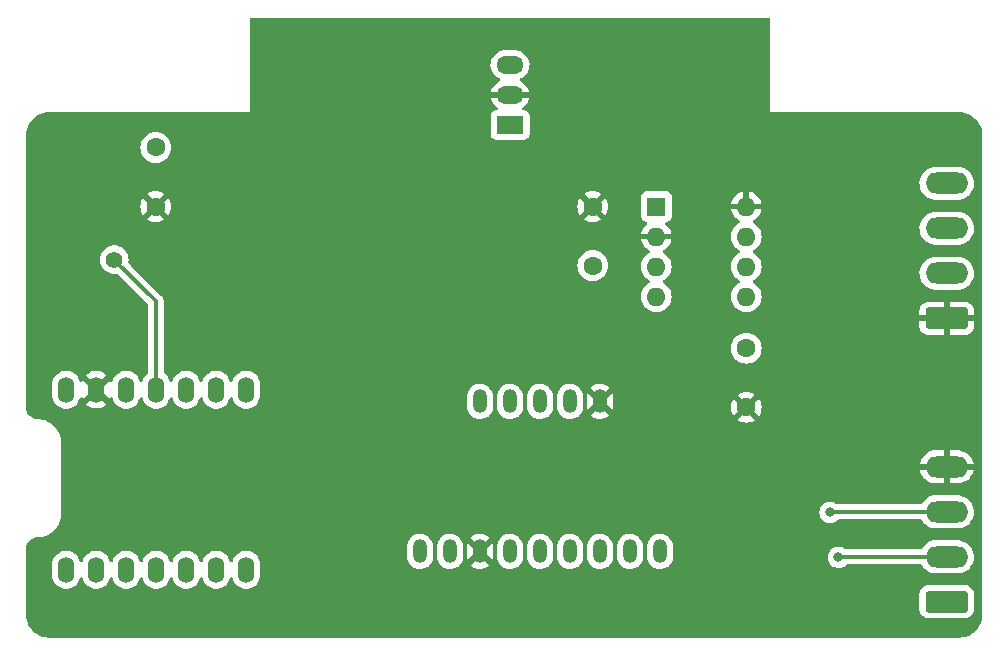
<source format=gbr>
%TF.GenerationSoftware,KiCad,Pcbnew,7.0.1-0*%
%TF.CreationDate,2023-04-24T13:37:36-07:00*%
%TF.ProjectId,project,70726f6a-6563-4742-9e6b-696361645f70,rev?*%
%TF.SameCoordinates,Original*%
%TF.FileFunction,Copper,L2,Bot*%
%TF.FilePolarity,Positive*%
%FSLAX46Y46*%
G04 Gerber Fmt 4.6, Leading zero omitted, Abs format (unit mm)*
G04 Created by KiCad (PCBNEW 7.0.1-0) date 2023-04-24 13:37:36*
%MOMM*%
%LPD*%
G01*
G04 APERTURE LIST*
G04 Aperture macros list*
%AMRoundRect*
0 Rectangle with rounded corners*
0 $1 Rounding radius*
0 $2 $3 $4 $5 $6 $7 $8 $9 X,Y pos of 4 corners*
0 Add a 4 corners polygon primitive as box body*
4,1,4,$2,$3,$4,$5,$6,$7,$8,$9,$2,$3,0*
0 Add four circle primitives for the rounded corners*
1,1,$1+$1,$2,$3*
1,1,$1+$1,$4,$5*
1,1,$1+$1,$6,$7*
1,1,$1+$1,$8,$9*
0 Add four rect primitives between the rounded corners*
20,1,$1+$1,$2,$3,$4,$5,0*
20,1,$1+$1,$4,$5,$6,$7,0*
20,1,$1+$1,$6,$7,$8,$9,0*
20,1,$1+$1,$8,$9,$2,$3,0*%
G04 Aperture macros list end*
%TA.AperFunction,ComponentPad*%
%ADD10C,1.600000*%
%TD*%
%TA.AperFunction,ComponentPad*%
%ADD11RoundRect,0.250000X1.550000X-0.650000X1.550000X0.650000X-1.550000X0.650000X-1.550000X-0.650000X0*%
%TD*%
%TA.AperFunction,ComponentPad*%
%ADD12O,3.600000X1.800000*%
%TD*%
%TA.AperFunction,ComponentPad*%
%ADD13R,1.600000X1.600000*%
%TD*%
%TA.AperFunction,ComponentPad*%
%ADD14O,1.600000X1.600000*%
%TD*%
%TA.AperFunction,ComponentPad*%
%ADD15O,1.200000X2.000000*%
%TD*%
%TA.AperFunction,ComponentPad*%
%ADD16O,1.400000X2.200000*%
%TD*%
%TA.AperFunction,ComponentPad*%
%ADD17R,2.300000X1.500000*%
%TD*%
%TA.AperFunction,ComponentPad*%
%ADD18O,2.300000X1.500000*%
%TD*%
%TA.AperFunction,ViaPad*%
%ADD19C,0.800000*%
%TD*%
%TA.AperFunction,ViaPad*%
%ADD20C,1.400000*%
%TD*%
%TA.AperFunction,Conductor*%
%ADD21C,0.300000*%
%TD*%
G04 APERTURE END LIST*
D10*
%TO.P,C3,1*%
%TO.N,+3.3V*%
X160000000Y-72000000D03*
%TO.P,C3,2*%
%TO.N,GND*%
X160000000Y-77000000D03*
%TD*%
%TO.P,C2,1*%
%TO.N,+3.3V*%
X210000000Y-89000000D03*
%TO.P,C2,2*%
%TO.N,GND*%
X210000000Y-94000000D03*
%TD*%
D11*
%TO.P,J2,1,Pin_1*%
%TO.N,+3.3V*%
X226967500Y-110460000D03*
D12*
%TO.P,J2,2,Pin_2*%
%TO.N,GPS_TX*%
X226967500Y-106650000D03*
%TO.P,J2,3,Pin_3*%
%TO.N,GPS_RX*%
X226967500Y-102840000D03*
%TO.P,J2,4,Pin_4*%
%TO.N,GND*%
X226967500Y-99030000D03*
%TD*%
D13*
%TO.P,U1,1,TXD*%
%TO.N,CAN_TX*%
X202380000Y-77000000D03*
D14*
%TO.P,U1,2,VSS*%
%TO.N,GND*%
X202380000Y-79540000D03*
%TO.P,U1,3,VDD*%
%TO.N,+5V*%
X202380000Y-82080000D03*
%TO.P,U1,4,RXD*%
%TO.N,CAN_RX*%
X202380000Y-84620000D03*
%TO.P,U1,5,Vio*%
%TO.N,+3.3V*%
X210000000Y-84620000D03*
%TO.P,U1,6,CANL*%
%TO.N,/CANL*%
X210000000Y-82080000D03*
%TO.P,U1,7,CANH*%
%TO.N,/CANH*%
X210000000Y-79540000D03*
%TO.P,U1,8,STBY*%
%TO.N,GND*%
X210000000Y-77000000D03*
%TD*%
D15*
%TO.P,U4,1,VIN*%
%TO.N,+3.3V*%
X182380000Y-106200000D03*
%TO.P,U4,2,3.3V*%
%TO.N,unconnected-(U4-3.3V-Pad2)*%
X184920000Y-106200000D03*
%TO.P,U4,3,GND*%
%TO.N,GND*%
X187460000Y-106200000D03*
%TO.P,U4,4,SCL*%
%TO.N,SCL*%
X190000000Y-106200000D03*
%TO.P,U4,5,SDA*%
%TO.N,SDA*%
X192540000Y-106200000D03*
%TO.P,U4,6,DO*%
%TO.N,unconnected-(U4-DO-Pad6)*%
X195080000Y-106200000D03*
%TO.P,U4,7,CS*%
%TO.N,unconnected-(U4-CS-Pad7)*%
X197620000Y-106200000D03*
%TO.P,U4,8,INT1*%
%TO.N,INT1*%
X200160000Y-106200000D03*
%TO.P,U4,9,INT2*%
%TO.N,INT2*%
X202700000Y-106200000D03*
%TO.P,U4,10,GND*%
%TO.N,GND*%
X197620000Y-93500000D03*
%TO.P,U4,11,NC*%
%TO.N,unconnected-(U4-NC-Pad11)*%
X195080000Y-93500000D03*
%TO.P,U4,12,NC*%
%TO.N,unconnected-(U4-NC-Pad12)*%
X192540000Y-93500000D03*
%TO.P,U4,13,SDX*%
%TO.N,unconnected-(U4-SDX-Pad13)*%
X190000000Y-93500000D03*
%TO.P,U4,14,SCX*%
%TO.N,unconnected-(U4-SCX-Pad14)*%
X187460000Y-93500000D03*
%TD*%
D16*
%TO.P,U3,1,D0*%
%TO.N,GPS_TX*%
X152420000Y-107750000D03*
%TO.P,U3,2,D1*%
%TO.N,GPS_RX*%
X154960000Y-107750000D03*
%TO.P,U3,3,D2*%
%TO.N,INT2*%
X157500000Y-107750000D03*
%TO.P,U3,4,D3*%
%TO.N,INT1*%
X160040000Y-107750000D03*
%TO.P,U3,5,D4*%
%TO.N,SDA*%
X162580000Y-107750000D03*
%TO.P,U3,6,D5*%
%TO.N,SCL*%
X165120000Y-107750000D03*
%TO.P,U3,7,D6*%
%TO.N,unconnected-(U3-D6-Pad7)*%
X167660000Y-107750000D03*
%TO.P,U3,8,D7*%
%TO.N,CAN_TX*%
X167660000Y-92500000D03*
%TO.P,U3,9,D8*%
%TO.N,CAN_RX*%
X165120000Y-92500000D03*
%TO.P,U3,10,D9*%
%TO.N,unconnected-(U3-D9-Pad10)*%
X162580000Y-92500000D03*
%TO.P,U3,11,D10*%
%TO.N,LED*%
X160040000Y-92500000D03*
%TO.P,U3,12,3V3*%
%TO.N,+3.3V*%
X157500000Y-92500000D03*
%TO.P,U3,13,GND*%
%TO.N,GND*%
X154960000Y-92500000D03*
%TO.P,U3,14,5V*%
%TO.N,+5V*%
X152420000Y-92500000D03*
%TD*%
D17*
%TO.P,U2,1,IN*%
%TO.N,+12V*%
X190000000Y-70080000D03*
D18*
%TO.P,U2,2,GND*%
%TO.N,GND*%
X190000000Y-67540000D03*
%TO.P,U2,3,OUT*%
%TO.N,+5V*%
X190000000Y-65000000D03*
%TD*%
D12*
%TO.P,J1,4,Pin_4*%
%TO.N,+12V*%
X226967500Y-75030000D03*
%TO.P,J1,3,Pin_3*%
%TO.N,/CANH*%
X226967500Y-78840000D03*
%TO.P,J1,2,Pin_2*%
%TO.N,/CANL*%
X226967500Y-82650000D03*
D11*
%TO.P,J1,1,Pin_1*%
%TO.N,GND*%
X226967500Y-86460000D03*
%TD*%
D10*
%TO.P,C1,1*%
%TO.N,+5V*%
X197000000Y-82000000D03*
%TO.P,C1,2*%
%TO.N,GND*%
X197000000Y-77000000D03*
%TD*%
D19*
%TO.N,GPS_TX*%
X217800000Y-106700000D03*
%TO.N,GPS_RX*%
X217100000Y-102900000D03*
D20*
%TO.N,GND*%
X151750000Y-79750000D03*
%TO.N,LED*%
X156500000Y-81500000D03*
%TD*%
D21*
%TO.N,GPS_TX*%
X217800000Y-106700000D02*
X217850000Y-106650000D01*
X217850000Y-106650000D02*
X226967500Y-106650000D01*
%TO.N,GPS_RX*%
X217100000Y-102900000D02*
X217160000Y-102840000D01*
X217160000Y-102840000D02*
X226967500Y-102840000D01*
%TO.N,LED*%
X160040000Y-85040000D02*
X160040000Y-92500000D01*
X156500000Y-81500000D02*
X160040000Y-85040000D01*
%TD*%
%TA.AperFunction,Conductor*%
%TO.N,GND*%
G36*
X211938000Y-61017113D02*
G01*
X211983387Y-61062500D01*
X212000000Y-61124500D01*
X212000000Y-69000000D01*
X222803917Y-69000000D01*
X222814731Y-69000500D01*
X222815046Y-69000500D01*
X222898259Y-69000500D01*
X223000000Y-69000500D01*
X223092710Y-69000500D01*
X227907290Y-69000500D01*
X227995933Y-69000500D01*
X228004043Y-69000765D01*
X228252895Y-69017075D01*
X228268953Y-69019190D01*
X228476105Y-69060395D01*
X228509535Y-69067045D01*
X228525202Y-69071243D01*
X228694947Y-69128863D01*
X228757481Y-69150091D01*
X228772458Y-69156294D01*
X228906741Y-69222515D01*
X228992460Y-69264787D01*
X229006508Y-69272897D01*
X229210464Y-69409177D01*
X229223328Y-69419048D01*
X229407749Y-69580781D01*
X229419218Y-69592250D01*
X229537669Y-69727318D01*
X229580951Y-69776671D01*
X229590825Y-69789539D01*
X229727102Y-69993492D01*
X229735212Y-70007539D01*
X229843702Y-70227534D01*
X229849909Y-70242520D01*
X229928756Y-70474797D01*
X229932954Y-70490464D01*
X229980807Y-70731035D01*
X229982925Y-70747116D01*
X229999235Y-70995957D01*
X229999500Y-71004067D01*
X229999500Y-111495933D01*
X229999235Y-111504043D01*
X229982925Y-111752883D01*
X229980807Y-111768964D01*
X229932954Y-112009535D01*
X229928756Y-112025202D01*
X229849909Y-112257479D01*
X229843702Y-112272465D01*
X229735212Y-112492460D01*
X229727102Y-112506507D01*
X229590825Y-112710460D01*
X229580951Y-112723328D01*
X229419218Y-112907749D01*
X229407749Y-112919218D01*
X229223328Y-113080951D01*
X229210460Y-113090825D01*
X229006507Y-113227102D01*
X228992460Y-113235212D01*
X228772465Y-113343702D01*
X228757479Y-113349909D01*
X228525202Y-113428756D01*
X228509535Y-113432954D01*
X228268964Y-113480807D01*
X228252883Y-113482925D01*
X228004043Y-113499235D01*
X227995933Y-113499500D01*
X222814731Y-113499500D01*
X222803917Y-113500000D01*
X200196083Y-113500000D01*
X200185269Y-113499500D01*
X200184954Y-113499500D01*
X200101741Y-113499500D01*
X172092710Y-113499500D01*
X172000000Y-113499500D01*
X171803504Y-113499500D01*
X171803182Y-113499528D01*
X171792376Y-113500000D01*
X156196083Y-113500000D01*
X156185269Y-113499500D01*
X156184954Y-113499500D01*
X156101741Y-113499500D01*
X151004067Y-113499500D01*
X150995957Y-113499235D01*
X150747116Y-113482925D01*
X150731035Y-113480807D01*
X150490464Y-113432954D01*
X150474797Y-113428756D01*
X150242520Y-113349909D01*
X150227534Y-113343702D01*
X150007539Y-113235212D01*
X149993492Y-113227102D01*
X149789539Y-113090825D01*
X149776671Y-113080951D01*
X149592250Y-112919218D01*
X149580781Y-112907749D01*
X149519648Y-112838040D01*
X149419045Y-112723325D01*
X149409174Y-112710460D01*
X149272897Y-112506507D01*
X149264787Y-112492460D01*
X149227522Y-112416895D01*
X149156294Y-112272458D01*
X149150090Y-112257479D01*
X149071243Y-112025202D01*
X149067045Y-112009535D01*
X149035311Y-111849999D01*
X149019190Y-111768953D01*
X149017075Y-111752895D01*
X149000765Y-111504043D01*
X149000500Y-111495933D01*
X149000500Y-111160008D01*
X224667000Y-111160008D01*
X224677500Y-111262796D01*
X224732686Y-111429334D01*
X224824788Y-111578657D01*
X224948842Y-111702711D01*
X224948844Y-111702712D01*
X225098166Y-111794814D01*
X225209516Y-111831712D01*
X225264702Y-111849999D01*
X225275202Y-111851071D01*
X225367491Y-111860500D01*
X228567508Y-111860499D01*
X228670297Y-111849999D01*
X228836834Y-111794814D01*
X228986156Y-111702712D01*
X229110212Y-111578656D01*
X229202314Y-111429334D01*
X229257499Y-111262797D01*
X229268000Y-111160009D01*
X229267999Y-109759992D01*
X229257499Y-109657203D01*
X229202314Y-109490666D01*
X229145092Y-109397895D01*
X229110211Y-109341342D01*
X228986157Y-109217288D01*
X228836834Y-109125186D01*
X228670297Y-109070000D01*
X228567509Y-109059500D01*
X225367491Y-109059500D01*
X225264703Y-109070000D01*
X225098165Y-109125186D01*
X224948842Y-109217288D01*
X224824788Y-109341342D01*
X224732686Y-109490665D01*
X224677500Y-109657202D01*
X224667000Y-109759990D01*
X224667000Y-111160008D01*
X149000500Y-111160008D01*
X149000500Y-108205504D01*
X151219500Y-108205504D01*
X151234884Y-108371537D01*
X151295769Y-108585526D01*
X151394941Y-108784688D01*
X151529019Y-108962237D01*
X151693437Y-109112124D01*
X151882595Y-109229245D01*
X151882597Y-109229245D01*
X151882599Y-109229247D01*
X152090060Y-109309618D01*
X152308757Y-109350500D01*
X152531241Y-109350500D01*
X152531243Y-109350500D01*
X152749940Y-109309618D01*
X152957401Y-109229247D01*
X153146562Y-109112124D01*
X153310981Y-108962236D01*
X153445058Y-108784689D01*
X153544229Y-108585528D01*
X153570734Y-108492374D01*
X153603133Y-108437820D01*
X153658275Y-108406435D01*
X153721725Y-108406435D01*
X153776867Y-108437820D01*
X153809266Y-108492374D01*
X153835769Y-108585526D01*
X153934941Y-108784688D01*
X154069019Y-108962237D01*
X154233437Y-109112124D01*
X154422595Y-109229245D01*
X154422597Y-109229245D01*
X154422599Y-109229247D01*
X154630060Y-109309618D01*
X154848757Y-109350500D01*
X155071241Y-109350500D01*
X155071243Y-109350500D01*
X155289940Y-109309618D01*
X155497401Y-109229247D01*
X155686562Y-109112124D01*
X155850981Y-108962236D01*
X155985058Y-108784689D01*
X156084229Y-108585528D01*
X156110734Y-108492374D01*
X156143133Y-108437820D01*
X156198275Y-108406435D01*
X156261725Y-108406435D01*
X156316867Y-108437820D01*
X156349266Y-108492374D01*
X156375769Y-108585526D01*
X156474941Y-108784688D01*
X156609019Y-108962237D01*
X156773437Y-109112124D01*
X156962595Y-109229245D01*
X156962597Y-109229245D01*
X156962599Y-109229247D01*
X157170060Y-109309618D01*
X157388757Y-109350500D01*
X157611241Y-109350500D01*
X157611243Y-109350500D01*
X157829940Y-109309618D01*
X158037401Y-109229247D01*
X158226562Y-109112124D01*
X158390981Y-108962236D01*
X158525058Y-108784689D01*
X158624229Y-108585528D01*
X158650734Y-108492374D01*
X158683133Y-108437820D01*
X158738275Y-108406435D01*
X158801725Y-108406435D01*
X158856867Y-108437820D01*
X158889266Y-108492374D01*
X158915769Y-108585526D01*
X159014941Y-108784688D01*
X159149019Y-108962237D01*
X159313437Y-109112124D01*
X159502595Y-109229245D01*
X159502597Y-109229245D01*
X159502599Y-109229247D01*
X159710060Y-109309618D01*
X159928757Y-109350500D01*
X160151241Y-109350500D01*
X160151243Y-109350500D01*
X160369940Y-109309618D01*
X160577401Y-109229247D01*
X160766562Y-109112124D01*
X160930981Y-108962236D01*
X161065058Y-108784689D01*
X161164229Y-108585528D01*
X161190734Y-108492374D01*
X161223133Y-108437820D01*
X161278275Y-108406435D01*
X161341725Y-108406435D01*
X161396867Y-108437820D01*
X161429266Y-108492374D01*
X161455769Y-108585526D01*
X161554941Y-108784688D01*
X161689019Y-108962237D01*
X161853437Y-109112124D01*
X162042595Y-109229245D01*
X162042597Y-109229245D01*
X162042599Y-109229247D01*
X162250060Y-109309618D01*
X162468757Y-109350500D01*
X162691241Y-109350500D01*
X162691243Y-109350500D01*
X162909940Y-109309618D01*
X163117401Y-109229247D01*
X163306562Y-109112124D01*
X163470981Y-108962236D01*
X163605058Y-108784689D01*
X163704229Y-108585528D01*
X163730734Y-108492374D01*
X163763133Y-108437820D01*
X163818275Y-108406435D01*
X163881725Y-108406435D01*
X163936867Y-108437820D01*
X163969266Y-108492374D01*
X163995769Y-108585526D01*
X164094941Y-108784688D01*
X164229019Y-108962237D01*
X164393437Y-109112124D01*
X164582595Y-109229245D01*
X164582597Y-109229245D01*
X164582599Y-109229247D01*
X164790060Y-109309618D01*
X165008757Y-109350500D01*
X165231241Y-109350500D01*
X165231243Y-109350500D01*
X165449940Y-109309618D01*
X165657401Y-109229247D01*
X165846562Y-109112124D01*
X166010981Y-108962236D01*
X166145058Y-108784689D01*
X166244229Y-108585528D01*
X166270734Y-108492374D01*
X166303133Y-108437820D01*
X166358275Y-108406435D01*
X166421725Y-108406435D01*
X166476867Y-108437820D01*
X166509266Y-108492374D01*
X166535769Y-108585526D01*
X166634941Y-108784688D01*
X166769019Y-108962237D01*
X166933437Y-109112124D01*
X167122595Y-109229245D01*
X167122597Y-109229245D01*
X167122599Y-109229247D01*
X167330060Y-109309618D01*
X167548757Y-109350500D01*
X167771241Y-109350500D01*
X167771243Y-109350500D01*
X167989940Y-109309618D01*
X168197401Y-109229247D01*
X168386562Y-109112124D01*
X168550981Y-108962236D01*
X168685058Y-108784689D01*
X168784229Y-108585528D01*
X168835186Y-108406435D01*
X168845115Y-108371537D01*
X168860500Y-108205504D01*
X168860500Y-107294496D01*
X168845115Y-107128462D01*
X168784230Y-106914473D01*
X168685058Y-106715311D01*
X168637569Y-106652425D01*
X181279500Y-106652425D01*
X181284529Y-106705086D01*
X181294472Y-106809220D01*
X181353683Y-107010873D01*
X181449990Y-107197684D01*
X181579906Y-107362884D01*
X181738745Y-107500520D01*
X181920754Y-107605603D01*
X181920756Y-107605604D01*
X182014241Y-107637959D01*
X182119366Y-107674344D01*
X182154298Y-107679366D01*
X182327398Y-107704254D01*
X182537330Y-107694254D01*
X182741576Y-107644704D01*
X182838369Y-107600500D01*
X182932752Y-107557397D01*
X183012624Y-107500520D01*
X183103952Y-107435486D01*
X183248986Y-107283378D01*
X183362613Y-107106572D01*
X183440725Y-106911457D01*
X183478529Y-106715311D01*
X183480500Y-106705086D01*
X183480500Y-106652425D01*
X183819500Y-106652425D01*
X183824529Y-106705086D01*
X183834472Y-106809220D01*
X183893683Y-107010873D01*
X183989990Y-107197684D01*
X184119906Y-107362884D01*
X184278745Y-107500520D01*
X184460754Y-107605603D01*
X184460756Y-107605604D01*
X184554241Y-107637959D01*
X184659366Y-107674344D01*
X184694298Y-107679366D01*
X184867398Y-107704254D01*
X185077330Y-107694254D01*
X185281576Y-107644704D01*
X185378369Y-107600500D01*
X185472752Y-107557397D01*
X185552624Y-107500520D01*
X185643952Y-107435486D01*
X185718447Y-107357357D01*
X186656195Y-107357357D01*
X186660269Y-107362537D01*
X186819036Y-107500111D01*
X187000963Y-107605146D01*
X187199484Y-107673856D01*
X187407420Y-107703751D01*
X187617258Y-107693756D01*
X187821410Y-107644229D01*
X188012505Y-107556960D01*
X188183622Y-107435108D01*
X188260707Y-107354260D01*
X187460000Y-106553553D01*
X186656195Y-107357356D01*
X186656195Y-107357357D01*
X185718447Y-107357357D01*
X185788986Y-107283378D01*
X185902613Y-107106572D01*
X185980725Y-106911457D01*
X186018529Y-106715311D01*
X186020500Y-106705086D01*
X186020500Y-106652399D01*
X186360000Y-106652399D01*
X186374965Y-106809123D01*
X186402737Y-106903708D01*
X187106447Y-106200001D01*
X187106447Y-106200000D01*
X187813553Y-106200000D01*
X188520990Y-106907438D01*
X188560000Y-106705038D01*
X188560000Y-106652425D01*
X188899500Y-106652425D01*
X188904529Y-106705086D01*
X188914472Y-106809220D01*
X188973683Y-107010873D01*
X189069990Y-107197684D01*
X189199906Y-107362884D01*
X189358745Y-107500520D01*
X189540754Y-107605603D01*
X189540756Y-107605604D01*
X189634241Y-107637959D01*
X189739366Y-107674344D01*
X189774298Y-107679366D01*
X189947398Y-107704254D01*
X190157330Y-107694254D01*
X190361576Y-107644704D01*
X190458369Y-107600500D01*
X190552752Y-107557397D01*
X190632624Y-107500520D01*
X190723952Y-107435486D01*
X190868986Y-107283378D01*
X190982613Y-107106572D01*
X191060725Y-106911457D01*
X191098529Y-106715311D01*
X191100500Y-106705086D01*
X191100500Y-106652425D01*
X191439500Y-106652425D01*
X191444529Y-106705086D01*
X191454472Y-106809220D01*
X191513683Y-107010873D01*
X191609990Y-107197684D01*
X191739906Y-107362884D01*
X191898745Y-107500520D01*
X192080754Y-107605603D01*
X192080756Y-107605604D01*
X192174241Y-107637959D01*
X192279366Y-107674344D01*
X192314298Y-107679366D01*
X192487398Y-107704254D01*
X192697330Y-107694254D01*
X192901576Y-107644704D01*
X192998369Y-107600500D01*
X193092752Y-107557397D01*
X193172624Y-107500520D01*
X193263952Y-107435486D01*
X193408986Y-107283378D01*
X193522613Y-107106572D01*
X193600725Y-106911457D01*
X193638529Y-106715311D01*
X193640500Y-106705086D01*
X193640500Y-106652425D01*
X193979500Y-106652425D01*
X193984529Y-106705086D01*
X193994472Y-106809220D01*
X194053683Y-107010873D01*
X194149990Y-107197684D01*
X194279906Y-107362884D01*
X194438745Y-107500520D01*
X194620754Y-107605603D01*
X194620756Y-107605604D01*
X194714241Y-107637959D01*
X194819366Y-107674344D01*
X194854298Y-107679366D01*
X195027398Y-107704254D01*
X195237330Y-107694254D01*
X195441576Y-107644704D01*
X195538369Y-107600500D01*
X195632752Y-107557397D01*
X195712624Y-107500520D01*
X195803952Y-107435486D01*
X195948986Y-107283378D01*
X196062613Y-107106572D01*
X196140725Y-106911457D01*
X196178529Y-106715311D01*
X196180500Y-106705086D01*
X196180500Y-106652425D01*
X196519500Y-106652425D01*
X196524529Y-106705086D01*
X196534472Y-106809220D01*
X196593683Y-107010873D01*
X196689990Y-107197684D01*
X196819906Y-107362884D01*
X196978745Y-107500520D01*
X197160754Y-107605603D01*
X197160756Y-107605604D01*
X197254241Y-107637959D01*
X197359366Y-107674344D01*
X197394298Y-107679366D01*
X197567398Y-107704254D01*
X197777330Y-107694254D01*
X197981576Y-107644704D01*
X198078369Y-107600500D01*
X198172752Y-107557397D01*
X198252624Y-107500520D01*
X198343952Y-107435486D01*
X198488986Y-107283378D01*
X198602613Y-107106572D01*
X198680725Y-106911457D01*
X198718529Y-106715311D01*
X198720500Y-106705086D01*
X198720500Y-106652425D01*
X199059500Y-106652425D01*
X199064529Y-106705086D01*
X199074472Y-106809220D01*
X199133683Y-107010873D01*
X199229990Y-107197684D01*
X199359906Y-107362884D01*
X199518745Y-107500520D01*
X199700754Y-107605603D01*
X199700756Y-107605604D01*
X199794241Y-107637959D01*
X199899366Y-107674344D01*
X199934298Y-107679366D01*
X200107398Y-107704254D01*
X200317330Y-107694254D01*
X200521576Y-107644704D01*
X200618369Y-107600500D01*
X200712752Y-107557397D01*
X200792624Y-107500520D01*
X200883952Y-107435486D01*
X201028986Y-107283378D01*
X201142613Y-107106572D01*
X201220725Y-106911457D01*
X201258529Y-106715311D01*
X201260500Y-106705086D01*
X201260500Y-106652425D01*
X201599500Y-106652425D01*
X201604529Y-106705086D01*
X201614472Y-106809220D01*
X201673683Y-107010873D01*
X201769990Y-107197684D01*
X201899906Y-107362884D01*
X202058745Y-107500520D01*
X202240754Y-107605603D01*
X202240756Y-107605604D01*
X202334241Y-107637959D01*
X202439366Y-107674344D01*
X202474298Y-107679366D01*
X202647398Y-107704254D01*
X202857330Y-107694254D01*
X203061576Y-107644704D01*
X203158369Y-107600500D01*
X203252752Y-107557397D01*
X203332624Y-107500520D01*
X203423952Y-107435486D01*
X203568986Y-107283378D01*
X203682613Y-107106572D01*
X203760725Y-106911457D01*
X203798529Y-106715311D01*
X203800500Y-106705086D01*
X203800500Y-106700000D01*
X216894540Y-106700000D01*
X216914326Y-106888257D01*
X216972820Y-107068284D01*
X217067466Y-107232216D01*
X217194129Y-107372889D01*
X217347269Y-107484151D01*
X217520197Y-107561144D01*
X217705352Y-107600500D01*
X217705354Y-107600500D01*
X217894646Y-107600500D01*
X217894648Y-107600500D01*
X218018084Y-107574262D01*
X218079803Y-107561144D01*
X218252730Y-107484151D01*
X218405871Y-107372888D01*
X218414879Y-107362884D01*
X218434110Y-107341527D01*
X218475824Y-107311220D01*
X218526259Y-107300500D01*
X224754069Y-107300500D01*
X224814543Y-107316246D01*
X224859658Y-107359485D01*
X224937430Y-107485794D01*
X225094937Y-107664756D01*
X225280414Y-107814519D01*
X225280417Y-107814520D01*
X225280420Y-107814523D01*
X225488546Y-107930790D01*
X225488548Y-107930791D01*
X225713331Y-108010212D01*
X225948297Y-108050500D01*
X225948300Y-108050500D01*
X227926997Y-108050500D01*
X227927001Y-108050500D01*
X228045692Y-108040397D01*
X228105041Y-108035346D01*
X228258846Y-107995298D01*
X228335750Y-107975275D01*
X228444367Y-107926175D01*
X228552986Y-107877077D01*
X228750503Y-107743579D01*
X228922618Y-107578621D01*
X229064379Y-107386947D01*
X229171707Y-107174074D01*
X229241516Y-106946123D01*
X229271798Y-106709654D01*
X229261680Y-106471468D01*
X229211454Y-106238419D01*
X229122564Y-106017210D01*
X228997569Y-105814205D01*
X228840064Y-105635245D01*
X228840062Y-105635243D01*
X228654585Y-105485480D01*
X228446451Y-105369208D01*
X228221668Y-105289787D01*
X227986703Y-105249500D01*
X227986700Y-105249500D01*
X226008003Y-105249500D01*
X226007999Y-105249500D01*
X225829960Y-105264653D01*
X225599249Y-105324724D01*
X225382014Y-105422922D01*
X225184497Y-105556420D01*
X225012381Y-105721379D01*
X224870621Y-105913052D01*
X224869211Y-105915849D01*
X224861407Y-105931326D01*
X224815700Y-105981090D01*
X224750686Y-105999500D01*
X218408156Y-105999500D01*
X218369838Y-105993431D01*
X218335270Y-105975818D01*
X218252727Y-105915847D01*
X218079802Y-105838855D01*
X217894648Y-105799500D01*
X217894646Y-105799500D01*
X217705354Y-105799500D01*
X217705352Y-105799500D01*
X217520197Y-105838855D01*
X217347269Y-105915848D01*
X217194129Y-106027110D01*
X217067466Y-106167783D01*
X216972820Y-106331715D01*
X216914326Y-106511742D01*
X216894540Y-106700000D01*
X203800500Y-106700000D01*
X203800500Y-105747580D01*
X203800500Y-105747575D01*
X203785528Y-105590782D01*
X203726316Y-105389125D01*
X203630011Y-105202318D01*
X203562618Y-105116622D01*
X203500093Y-105037115D01*
X203341254Y-104899479D01*
X203159245Y-104794396D01*
X202960633Y-104725655D01*
X202752603Y-104695746D01*
X202752602Y-104695746D01*
X202647635Y-104700746D01*
X202542669Y-104705746D01*
X202338419Y-104755297D01*
X202147247Y-104842602D01*
X201976050Y-104964512D01*
X201831013Y-105116623D01*
X201717387Y-105293425D01*
X201639274Y-105488545D01*
X201604566Y-105668630D01*
X201599500Y-105694915D01*
X201599500Y-106652425D01*
X201260500Y-106652425D01*
X201260500Y-105747580D01*
X201260500Y-105747575D01*
X201245528Y-105590782D01*
X201186316Y-105389125D01*
X201090011Y-105202318D01*
X201022618Y-105116622D01*
X200960093Y-105037115D01*
X200801254Y-104899479D01*
X200619245Y-104794396D01*
X200420633Y-104725655D01*
X200212603Y-104695746D01*
X200212602Y-104695746D01*
X200107635Y-104700746D01*
X200002669Y-104705746D01*
X199798419Y-104755297D01*
X199607247Y-104842602D01*
X199436050Y-104964512D01*
X199291013Y-105116623D01*
X199177387Y-105293425D01*
X199099274Y-105488545D01*
X199064566Y-105668630D01*
X199059500Y-105694915D01*
X199059500Y-106652425D01*
X198720500Y-106652425D01*
X198720500Y-105747580D01*
X198720500Y-105747575D01*
X198705528Y-105590782D01*
X198646316Y-105389125D01*
X198550011Y-105202318D01*
X198482618Y-105116622D01*
X198420093Y-105037115D01*
X198261254Y-104899479D01*
X198079245Y-104794396D01*
X197880633Y-104725655D01*
X197672603Y-104695746D01*
X197672602Y-104695746D01*
X197567635Y-104700746D01*
X197462669Y-104705746D01*
X197258419Y-104755297D01*
X197067247Y-104842602D01*
X196896050Y-104964512D01*
X196751013Y-105116623D01*
X196637387Y-105293425D01*
X196559274Y-105488545D01*
X196524566Y-105668630D01*
X196519500Y-105694915D01*
X196519500Y-106652425D01*
X196180500Y-106652425D01*
X196180500Y-105747580D01*
X196180500Y-105747575D01*
X196165528Y-105590782D01*
X196106316Y-105389125D01*
X196010011Y-105202318D01*
X195942618Y-105116622D01*
X195880093Y-105037115D01*
X195721254Y-104899479D01*
X195539245Y-104794396D01*
X195340633Y-104725655D01*
X195132603Y-104695746D01*
X195132602Y-104695746D01*
X195027635Y-104700746D01*
X194922669Y-104705746D01*
X194718419Y-104755297D01*
X194527247Y-104842602D01*
X194356050Y-104964512D01*
X194211013Y-105116623D01*
X194097387Y-105293425D01*
X194019274Y-105488545D01*
X193984566Y-105668630D01*
X193979500Y-105694915D01*
X193979500Y-106652425D01*
X193640500Y-106652425D01*
X193640500Y-105747580D01*
X193640500Y-105747575D01*
X193625528Y-105590782D01*
X193566316Y-105389125D01*
X193470011Y-105202318D01*
X193402618Y-105116622D01*
X193340093Y-105037115D01*
X193181254Y-104899479D01*
X192999245Y-104794396D01*
X192800633Y-104725655D01*
X192592603Y-104695746D01*
X192592602Y-104695746D01*
X192487635Y-104700746D01*
X192382669Y-104705746D01*
X192178419Y-104755297D01*
X191987247Y-104842602D01*
X191816050Y-104964512D01*
X191671013Y-105116623D01*
X191557387Y-105293425D01*
X191479274Y-105488545D01*
X191444566Y-105668630D01*
X191439500Y-105694915D01*
X191439500Y-106652425D01*
X191100500Y-106652425D01*
X191100500Y-105747580D01*
X191100500Y-105747575D01*
X191085528Y-105590782D01*
X191026316Y-105389125D01*
X190930011Y-105202318D01*
X190862618Y-105116622D01*
X190800093Y-105037115D01*
X190641254Y-104899479D01*
X190459245Y-104794396D01*
X190260633Y-104725655D01*
X190052603Y-104695746D01*
X190052602Y-104695746D01*
X189947635Y-104700746D01*
X189842669Y-104705746D01*
X189638419Y-104755297D01*
X189447247Y-104842602D01*
X189276050Y-104964512D01*
X189131013Y-105116623D01*
X189017387Y-105293425D01*
X188939274Y-105488545D01*
X188904566Y-105668630D01*
X188899500Y-105694915D01*
X188899500Y-106652425D01*
X188560000Y-106652425D01*
X188560000Y-105747601D01*
X188545034Y-105590872D01*
X188517262Y-105496289D01*
X188517261Y-105496289D01*
X187813553Y-106200000D01*
X187106447Y-106200000D01*
X187106447Y-106199999D01*
X186399007Y-105492560D01*
X186360000Y-105694961D01*
X186360000Y-106652399D01*
X186020500Y-106652399D01*
X186020500Y-105747580D01*
X186020500Y-105747575D01*
X186005528Y-105590782D01*
X185946316Y-105389125D01*
X185850011Y-105202318D01*
X185782618Y-105116622D01*
X185726874Y-105045738D01*
X186659291Y-105045738D01*
X187460000Y-105846447D01*
X187460001Y-105846447D01*
X188263803Y-105042643D01*
X188263803Y-105042641D01*
X188259729Y-105037460D01*
X188100963Y-104899888D01*
X187919036Y-104794853D01*
X187720515Y-104726143D01*
X187512579Y-104696248D01*
X187302741Y-104706243D01*
X187098589Y-104755770D01*
X186907494Y-104843039D01*
X186736378Y-104964892D01*
X186659291Y-105045738D01*
X185726874Y-105045738D01*
X185720093Y-105037115D01*
X185561254Y-104899479D01*
X185379245Y-104794396D01*
X185180633Y-104725655D01*
X184972603Y-104695746D01*
X184972602Y-104695746D01*
X184867635Y-104700746D01*
X184762669Y-104705746D01*
X184558419Y-104755297D01*
X184367247Y-104842602D01*
X184196050Y-104964512D01*
X184051013Y-105116623D01*
X183937387Y-105293425D01*
X183859274Y-105488545D01*
X183824566Y-105668630D01*
X183819500Y-105694915D01*
X183819500Y-106652425D01*
X183480500Y-106652425D01*
X183480500Y-105747580D01*
X183480500Y-105747575D01*
X183465528Y-105590782D01*
X183406316Y-105389125D01*
X183310011Y-105202318D01*
X183242618Y-105116622D01*
X183180093Y-105037115D01*
X183021254Y-104899479D01*
X182839245Y-104794396D01*
X182640633Y-104725655D01*
X182432603Y-104695746D01*
X182432602Y-104695746D01*
X182327635Y-104700746D01*
X182222669Y-104705746D01*
X182018419Y-104755297D01*
X181827247Y-104842602D01*
X181656050Y-104964512D01*
X181511013Y-105116623D01*
X181397387Y-105293425D01*
X181319274Y-105488545D01*
X181284566Y-105668630D01*
X181279500Y-105694915D01*
X181279500Y-106652425D01*
X168637569Y-106652425D01*
X168550980Y-106537762D01*
X168386562Y-106387875D01*
X168197404Y-106270754D01*
X168136174Y-106247033D01*
X167989940Y-106190382D01*
X167771243Y-106149500D01*
X167548757Y-106149500D01*
X167330059Y-106190382D01*
X167330060Y-106190382D01*
X167122595Y-106270754D01*
X166933437Y-106387875D01*
X166769019Y-106537762D01*
X166634941Y-106715311D01*
X166535769Y-106914473D01*
X166509266Y-107007625D01*
X166476867Y-107062179D01*
X166421724Y-107093564D01*
X166358276Y-107093564D01*
X166303133Y-107062179D01*
X166270734Y-107007625D01*
X166244230Y-106914473D01*
X166145058Y-106715311D01*
X166010980Y-106537762D01*
X165846562Y-106387875D01*
X165657404Y-106270754D01*
X165596174Y-106247033D01*
X165449940Y-106190382D01*
X165231243Y-106149500D01*
X165008757Y-106149500D01*
X164790059Y-106190382D01*
X164790060Y-106190382D01*
X164582595Y-106270754D01*
X164393437Y-106387875D01*
X164229019Y-106537762D01*
X164094941Y-106715311D01*
X163995769Y-106914473D01*
X163969266Y-107007625D01*
X163936867Y-107062179D01*
X163881724Y-107093564D01*
X163818276Y-107093564D01*
X163763133Y-107062179D01*
X163730734Y-107007625D01*
X163704230Y-106914473D01*
X163605058Y-106715311D01*
X163470980Y-106537762D01*
X163306562Y-106387875D01*
X163117404Y-106270754D01*
X163056174Y-106247033D01*
X162909940Y-106190382D01*
X162691243Y-106149500D01*
X162468757Y-106149500D01*
X162250059Y-106190382D01*
X162250060Y-106190382D01*
X162042595Y-106270754D01*
X161853437Y-106387875D01*
X161689019Y-106537762D01*
X161554941Y-106715311D01*
X161455769Y-106914473D01*
X161429266Y-107007625D01*
X161396867Y-107062179D01*
X161341724Y-107093564D01*
X161278276Y-107093564D01*
X161223133Y-107062179D01*
X161190734Y-107007625D01*
X161164230Y-106914473D01*
X161065058Y-106715311D01*
X160930980Y-106537762D01*
X160766562Y-106387875D01*
X160577404Y-106270754D01*
X160516174Y-106247033D01*
X160369940Y-106190382D01*
X160151243Y-106149500D01*
X159928757Y-106149500D01*
X159710059Y-106190382D01*
X159710060Y-106190382D01*
X159502595Y-106270754D01*
X159313437Y-106387875D01*
X159149019Y-106537762D01*
X159014941Y-106715311D01*
X158915769Y-106914473D01*
X158889266Y-107007625D01*
X158856867Y-107062179D01*
X158801724Y-107093564D01*
X158738276Y-107093564D01*
X158683133Y-107062179D01*
X158650734Y-107007625D01*
X158624230Y-106914473D01*
X158525058Y-106715311D01*
X158390980Y-106537762D01*
X158226562Y-106387875D01*
X158037404Y-106270754D01*
X157976174Y-106247033D01*
X157829940Y-106190382D01*
X157611243Y-106149500D01*
X157388757Y-106149500D01*
X157170059Y-106190382D01*
X157170060Y-106190382D01*
X156962595Y-106270754D01*
X156773437Y-106387875D01*
X156609019Y-106537762D01*
X156474941Y-106715311D01*
X156375769Y-106914473D01*
X156349266Y-107007625D01*
X156316867Y-107062179D01*
X156261724Y-107093564D01*
X156198276Y-107093564D01*
X156143133Y-107062179D01*
X156110734Y-107007625D01*
X156084230Y-106914473D01*
X155985058Y-106715311D01*
X155850980Y-106537762D01*
X155686562Y-106387875D01*
X155497404Y-106270754D01*
X155436174Y-106247033D01*
X155289940Y-106190382D01*
X155071243Y-106149500D01*
X154848757Y-106149500D01*
X154630059Y-106190382D01*
X154630060Y-106190382D01*
X154422595Y-106270754D01*
X154233437Y-106387875D01*
X154069019Y-106537762D01*
X153934941Y-106715311D01*
X153835769Y-106914473D01*
X153809266Y-107007625D01*
X153776867Y-107062179D01*
X153721724Y-107093564D01*
X153658276Y-107093564D01*
X153603133Y-107062179D01*
X153570734Y-107007625D01*
X153544230Y-106914473D01*
X153445058Y-106715311D01*
X153310980Y-106537762D01*
X153146562Y-106387875D01*
X152957404Y-106270754D01*
X152896174Y-106247033D01*
X152749940Y-106190382D01*
X152531243Y-106149500D01*
X152308757Y-106149500D01*
X152090059Y-106190382D01*
X152090060Y-106190382D01*
X151882595Y-106270754D01*
X151693437Y-106387875D01*
X151529019Y-106537762D01*
X151394941Y-106715311D01*
X151295769Y-106914473D01*
X151234884Y-107128462D01*
X151219500Y-107294496D01*
X151219500Y-108205504D01*
X149000500Y-108205504D01*
X149000500Y-106005413D01*
X149000972Y-105994606D01*
X149007862Y-105915849D01*
X149014739Y-105837242D01*
X149018490Y-105815966D01*
X149057969Y-105668627D01*
X149065362Y-105648318D01*
X149129822Y-105510084D01*
X149140629Y-105491366D01*
X149228119Y-105366417D01*
X149242007Y-105349865D01*
X149349865Y-105242007D01*
X149366417Y-105228119D01*
X149491366Y-105140629D01*
X149510081Y-105129823D01*
X149648320Y-105065361D01*
X149668627Y-105057969D01*
X149815966Y-105018490D01*
X149837242Y-105014739D01*
X149969885Y-105003134D01*
X149994606Y-105000972D01*
X150005413Y-105000500D01*
X150131121Y-105000500D01*
X150155658Y-104997269D01*
X150391116Y-104966270D01*
X150644419Y-104898398D01*
X150886697Y-104798043D01*
X151113803Y-104666924D01*
X151321851Y-104507282D01*
X151507282Y-104321851D01*
X151666924Y-104113803D01*
X151798043Y-103886697D01*
X151898398Y-103644419D01*
X151966270Y-103391116D01*
X152000500Y-103131120D01*
X152000500Y-103000000D01*
X152000500Y-102907290D01*
X152000500Y-102899999D01*
X216194540Y-102899999D01*
X216214326Y-103088257D01*
X216272820Y-103268284D01*
X216367466Y-103432216D01*
X216494129Y-103572889D01*
X216647269Y-103684151D01*
X216820197Y-103761144D01*
X217005352Y-103800500D01*
X217005354Y-103800500D01*
X217194646Y-103800500D01*
X217194648Y-103800500D01*
X217344626Y-103768621D01*
X217379803Y-103761144D01*
X217552730Y-103684151D01*
X217705871Y-103572888D01*
X217705870Y-103572888D01*
X217743114Y-103531527D01*
X217784828Y-103501220D01*
X217835263Y-103490500D01*
X224754069Y-103490500D01*
X224814543Y-103506246D01*
X224859658Y-103549485D01*
X224937430Y-103675794D01*
X224937431Y-103675795D01*
X225047185Y-103800500D01*
X225094937Y-103854756D01*
X225280414Y-104004519D01*
X225280417Y-104004520D01*
X225280420Y-104004523D01*
X225467679Y-104109133D01*
X225488548Y-104120791D01*
X225713331Y-104200212D01*
X225948297Y-104240500D01*
X225948300Y-104240500D01*
X227926997Y-104240500D01*
X227927001Y-104240500D01*
X228045692Y-104230397D01*
X228105041Y-104225346D01*
X228258846Y-104185298D01*
X228335750Y-104165275D01*
X228459948Y-104109133D01*
X228552986Y-104067077D01*
X228750503Y-103933579D01*
X228922618Y-103768621D01*
X229064379Y-103576947D01*
X229171707Y-103364074D01*
X229241516Y-103136123D01*
X229271798Y-102899654D01*
X229261680Y-102661468D01*
X229211454Y-102428419D01*
X229122564Y-102207210D01*
X228997569Y-102004205D01*
X228840064Y-101825245D01*
X228840062Y-101825243D01*
X228654585Y-101675480D01*
X228446451Y-101559208D01*
X228221668Y-101479787D01*
X227986703Y-101439500D01*
X227986700Y-101439500D01*
X226008003Y-101439500D01*
X226007999Y-101439500D01*
X225829960Y-101454653D01*
X225599249Y-101514724D01*
X225382014Y-101612922D01*
X225184497Y-101746420D01*
X225012381Y-101911379D01*
X224870621Y-102103052D01*
X224866490Y-102111244D01*
X224861407Y-102121326D01*
X224815700Y-102171090D01*
X224750686Y-102189500D01*
X217694392Y-102189500D01*
X217656074Y-102183431D01*
X217621506Y-102165818D01*
X217552727Y-102115846D01*
X217379802Y-102038855D01*
X217194648Y-101999500D01*
X217194646Y-101999500D01*
X217005354Y-101999500D01*
X217005352Y-101999500D01*
X216820197Y-102038855D01*
X216647269Y-102115848D01*
X216494129Y-102227110D01*
X216367466Y-102367783D01*
X216272820Y-102531715D01*
X216214326Y-102711742D01*
X216194540Y-102899999D01*
X152000500Y-102899999D01*
X152000500Y-99280000D01*
X224689234Y-99280000D01*
X224724026Y-99441434D01*
X224812883Y-99662562D01*
X224937835Y-99865497D01*
X225095284Y-100044394D01*
X225280699Y-100194106D01*
X225488750Y-100310332D01*
X225713457Y-100389726D01*
X225948340Y-100430000D01*
X226717500Y-100430000D01*
X226717500Y-99280000D01*
X227217500Y-99280000D01*
X227217500Y-100430000D01*
X227926977Y-100430000D01*
X228104955Y-100414851D01*
X228335583Y-100354801D01*
X228552741Y-100256639D01*
X228750187Y-100123188D01*
X228922241Y-99958288D01*
X229063950Y-99766684D01*
X229171241Y-99553886D01*
X229241025Y-99326017D01*
X229246918Y-99280000D01*
X227217500Y-99280000D01*
X226717500Y-99280000D01*
X224689234Y-99280000D01*
X152000500Y-99280000D01*
X152000500Y-98780000D01*
X224688082Y-98780000D01*
X226717500Y-98780000D01*
X226717500Y-97630000D01*
X227217500Y-97630000D01*
X227217500Y-98780000D01*
X229245766Y-98780000D01*
X229245765Y-98779999D01*
X229210973Y-98618565D01*
X229122116Y-98397437D01*
X228997164Y-98194502D01*
X228839715Y-98015605D01*
X228654300Y-97865893D01*
X228446249Y-97749667D01*
X228221542Y-97670273D01*
X227986660Y-97630000D01*
X227217500Y-97630000D01*
X226717500Y-97630000D01*
X226008023Y-97630000D01*
X225830044Y-97645148D01*
X225599416Y-97705198D01*
X225382258Y-97803360D01*
X225184812Y-97936811D01*
X225012758Y-98101711D01*
X224871049Y-98293315D01*
X224763758Y-98506113D01*
X224693974Y-98733982D01*
X224688082Y-98780000D01*
X152000500Y-98780000D01*
X152000500Y-96949258D01*
X152000500Y-96868880D01*
X151966270Y-96608884D01*
X151898398Y-96355581D01*
X151798043Y-96113303D01*
X151666924Y-95886197D01*
X151666923Y-95886195D01*
X151507282Y-95678149D01*
X151321850Y-95492717D01*
X151113804Y-95333076D01*
X150886697Y-95201957D01*
X150644419Y-95101602D01*
X150644418Y-95101601D01*
X150560166Y-95079026D01*
X209274526Y-95079026D01*
X209347515Y-95130133D01*
X209553673Y-95226266D01*
X209773397Y-95285141D01*
X210000000Y-95304966D01*
X210226602Y-95285141D01*
X210446326Y-95226266D01*
X210652480Y-95130134D01*
X210725472Y-95079025D01*
X210000001Y-94353553D01*
X210000000Y-94353553D01*
X209274526Y-95079025D01*
X209274526Y-95079026D01*
X150560166Y-95079026D01*
X150391116Y-95033730D01*
X150217785Y-95010909D01*
X150131121Y-94999500D01*
X150131120Y-94999500D01*
X150005413Y-94999500D01*
X149994605Y-94999028D01*
X149837246Y-94985260D01*
X149815961Y-94981507D01*
X149668630Y-94942030D01*
X149648318Y-94934637D01*
X149510084Y-94870177D01*
X149491366Y-94859370D01*
X149366417Y-94771880D01*
X149349859Y-94757986D01*
X149242013Y-94650140D01*
X149228119Y-94633582D01*
X149140629Y-94508633D01*
X149129822Y-94489915D01*
X149065362Y-94351681D01*
X149057969Y-94331369D01*
X149018492Y-94184038D01*
X149014739Y-94162752D01*
X149010055Y-94109218D01*
X149000972Y-94005394D01*
X149000500Y-93994587D01*
X149000500Y-92955504D01*
X151219500Y-92955504D01*
X151234884Y-93121537D01*
X151295769Y-93335526D01*
X151394941Y-93534688D01*
X151529019Y-93712237D01*
X151693437Y-93862124D01*
X151882595Y-93979245D01*
X151882597Y-93979245D01*
X151882599Y-93979247D01*
X152090060Y-94059618D01*
X152308757Y-94100500D01*
X152531241Y-94100500D01*
X152531243Y-94100500D01*
X152749940Y-94059618D01*
X152957401Y-93979247D01*
X153146562Y-93862124D01*
X153294474Y-93727284D01*
X154086267Y-93727284D01*
X154233737Y-93861721D01*
X154422821Y-93978797D01*
X154630198Y-94059135D01*
X154848806Y-94100000D01*
X155071194Y-94100000D01*
X155289801Y-94059135D01*
X155497178Y-93978797D01*
X155686259Y-93861723D01*
X155833730Y-93727283D01*
X154960000Y-92853553D01*
X154086267Y-93727284D01*
X153294474Y-93727284D01*
X153310981Y-93712236D01*
X153445058Y-93534689D01*
X153544229Y-93335528D01*
X153570994Y-93241458D01*
X153603391Y-93186908D01*
X153658534Y-93155522D01*
X153721983Y-93155522D01*
X153777126Y-93186907D01*
X153809525Y-93241461D01*
X153821809Y-93284635D01*
X153821810Y-93284636D01*
X154606447Y-92500001D01*
X154606447Y-92500000D01*
X153821810Y-91715363D01*
X153821808Y-91715363D01*
X153809525Y-91758537D01*
X153777126Y-91813091D01*
X153721983Y-91844476D01*
X153658534Y-91844476D01*
X153603391Y-91813090D01*
X153570993Y-91758537D01*
X153544230Y-91664473D01*
X153445058Y-91465311D01*
X153310980Y-91287762D01*
X153294473Y-91272714D01*
X154086267Y-91272714D01*
X154960000Y-92146447D01*
X154960001Y-92146447D01*
X155833731Y-91272715D01*
X155833731Y-91272714D01*
X155686262Y-91138278D01*
X155497178Y-91021202D01*
X155289801Y-90940864D01*
X155071194Y-90900000D01*
X154848806Y-90900000D01*
X154630198Y-90940864D01*
X154422821Y-91021202D01*
X154233737Y-91138278D01*
X154086267Y-91272714D01*
X153294473Y-91272714D01*
X153146562Y-91137875D01*
X152957404Y-91020754D01*
X152896174Y-90997033D01*
X152749940Y-90940382D01*
X152531243Y-90899500D01*
X152308757Y-90899500D01*
X152090059Y-90940382D01*
X152090060Y-90940382D01*
X151882595Y-91020754D01*
X151693437Y-91137875D01*
X151529019Y-91287762D01*
X151394941Y-91465311D01*
X151295769Y-91664473D01*
X151234884Y-91878462D01*
X151219500Y-92044496D01*
X151219500Y-92955504D01*
X149000500Y-92955504D01*
X149000500Y-81499999D01*
X155294357Y-81499999D01*
X155314885Y-81721537D01*
X155375769Y-81935526D01*
X155474941Y-82134688D01*
X155609019Y-82312237D01*
X155773437Y-82462124D01*
X155962595Y-82579245D01*
X155962597Y-82579245D01*
X155962599Y-82579247D01*
X156170060Y-82659618D01*
X156388757Y-82700500D01*
X156611243Y-82700500D01*
X156611246Y-82700500D01*
X156689639Y-82685845D01*
X156749104Y-82689282D01*
X156800106Y-82720052D01*
X159353181Y-85273127D01*
X159380061Y-85313355D01*
X159389500Y-85360808D01*
X159389500Y-91021713D01*
X159373829Y-91082052D01*
X159330777Y-91127140D01*
X159313437Y-91137876D01*
X159149019Y-91287762D01*
X159014941Y-91465311D01*
X158915769Y-91664473D01*
X158889266Y-91757625D01*
X158856867Y-91812179D01*
X158801724Y-91843564D01*
X158738276Y-91843564D01*
X158683133Y-91812179D01*
X158650734Y-91757625D01*
X158624230Y-91664473D01*
X158525058Y-91465311D01*
X158390980Y-91287762D01*
X158226562Y-91137875D01*
X158037404Y-91020754D01*
X157976174Y-90997033D01*
X157829940Y-90940382D01*
X157611243Y-90899500D01*
X157388757Y-90899500D01*
X157170059Y-90940382D01*
X157170060Y-90940382D01*
X156962595Y-91020754D01*
X156773437Y-91137875D01*
X156609019Y-91287762D01*
X156474941Y-91465311D01*
X156375770Y-91664473D01*
X156349005Y-91758540D01*
X156316606Y-91813093D01*
X156261462Y-91844478D01*
X156198014Y-91844478D01*
X156142871Y-91813092D01*
X156110472Y-91758538D01*
X156098188Y-91715363D01*
X155313553Y-92500000D01*
X155313553Y-92500001D01*
X156098187Y-93284635D01*
X156110472Y-93241461D01*
X156142871Y-93186907D01*
X156198014Y-93155521D01*
X156261463Y-93155521D01*
X156316606Y-93186906D01*
X156349005Y-93241459D01*
X156375770Y-93335527D01*
X156474941Y-93534688D01*
X156609019Y-93712237D01*
X156773437Y-93862124D01*
X156962595Y-93979245D01*
X156962597Y-93979245D01*
X156962599Y-93979247D01*
X157170060Y-94059618D01*
X157388757Y-94100500D01*
X157611241Y-94100500D01*
X157611243Y-94100500D01*
X157829940Y-94059618D01*
X158037401Y-93979247D01*
X158226562Y-93862124D01*
X158390981Y-93712236D01*
X158525058Y-93534689D01*
X158624229Y-93335528D01*
X158624228Y-93335528D01*
X158624230Y-93335526D01*
X158650734Y-93242374D01*
X158683133Y-93187820D01*
X158738275Y-93156435D01*
X158801725Y-93156435D01*
X158856867Y-93187820D01*
X158889266Y-93242374D01*
X158915769Y-93335526D01*
X159014941Y-93534688D01*
X159149019Y-93712237D01*
X159313437Y-93862124D01*
X159502595Y-93979245D01*
X159502597Y-93979245D01*
X159502599Y-93979247D01*
X159710060Y-94059618D01*
X159928757Y-94100500D01*
X160151241Y-94100500D01*
X160151243Y-94100500D01*
X160369940Y-94059618D01*
X160577401Y-93979247D01*
X160766562Y-93862124D01*
X160930981Y-93712236D01*
X161065058Y-93534689D01*
X161164229Y-93335528D01*
X161164228Y-93335528D01*
X161164230Y-93335526D01*
X161190734Y-93242374D01*
X161223133Y-93187820D01*
X161278275Y-93156435D01*
X161341725Y-93156435D01*
X161396867Y-93187820D01*
X161429266Y-93242374D01*
X161455769Y-93335526D01*
X161554941Y-93534688D01*
X161689019Y-93712237D01*
X161853437Y-93862124D01*
X162042595Y-93979245D01*
X162042597Y-93979245D01*
X162042599Y-93979247D01*
X162250060Y-94059618D01*
X162468757Y-94100500D01*
X162691241Y-94100500D01*
X162691243Y-94100500D01*
X162909940Y-94059618D01*
X163117401Y-93979247D01*
X163306562Y-93862124D01*
X163470981Y-93712236D01*
X163605058Y-93534689D01*
X163704229Y-93335528D01*
X163704228Y-93335528D01*
X163704230Y-93335526D01*
X163730734Y-93242374D01*
X163763133Y-93187820D01*
X163818275Y-93156435D01*
X163881725Y-93156435D01*
X163936867Y-93187820D01*
X163969266Y-93242374D01*
X163995769Y-93335526D01*
X164094941Y-93534688D01*
X164229019Y-93712237D01*
X164393437Y-93862124D01*
X164582595Y-93979245D01*
X164582597Y-93979245D01*
X164582599Y-93979247D01*
X164790060Y-94059618D01*
X165008757Y-94100500D01*
X165231241Y-94100500D01*
X165231243Y-94100500D01*
X165449940Y-94059618D01*
X165657401Y-93979247D01*
X165846562Y-93862124D01*
X166010981Y-93712236D01*
X166145058Y-93534689D01*
X166244229Y-93335528D01*
X166244228Y-93335528D01*
X166244230Y-93335526D01*
X166270734Y-93242374D01*
X166303133Y-93187820D01*
X166358275Y-93156435D01*
X166421725Y-93156435D01*
X166476867Y-93187820D01*
X166509266Y-93242374D01*
X166535769Y-93335526D01*
X166634941Y-93534688D01*
X166769019Y-93712237D01*
X166933437Y-93862124D01*
X167122595Y-93979245D01*
X167122597Y-93979245D01*
X167122599Y-93979247D01*
X167330060Y-94059618D01*
X167548757Y-94100500D01*
X167771241Y-94100500D01*
X167771243Y-94100500D01*
X167989940Y-94059618D01*
X168197401Y-93979247D01*
X168240720Y-93952425D01*
X186359500Y-93952425D01*
X186364529Y-94005086D01*
X186374472Y-94109220D01*
X186433683Y-94310873D01*
X186529990Y-94497684D01*
X186659906Y-94662884D01*
X186818745Y-94800520D01*
X187000754Y-94905603D01*
X187000756Y-94905604D01*
X187084641Y-94934637D01*
X187199366Y-94974344D01*
X187234298Y-94979366D01*
X187407398Y-95004254D01*
X187617330Y-94994254D01*
X187821576Y-94944704D01*
X187908196Y-94905146D01*
X188012752Y-94857397D01*
X188092624Y-94800520D01*
X188183952Y-94735486D01*
X188328986Y-94583378D01*
X188442613Y-94406572D01*
X188520725Y-94211457D01*
X188550556Y-94056677D01*
X188560500Y-94005086D01*
X188560500Y-93952425D01*
X188899500Y-93952425D01*
X188904529Y-94005086D01*
X188914472Y-94109220D01*
X188973683Y-94310873D01*
X189069990Y-94497684D01*
X189199906Y-94662884D01*
X189358745Y-94800520D01*
X189540754Y-94905603D01*
X189540756Y-94905604D01*
X189624641Y-94934637D01*
X189739366Y-94974344D01*
X189774298Y-94979366D01*
X189947398Y-95004254D01*
X190157330Y-94994254D01*
X190361576Y-94944704D01*
X190448196Y-94905146D01*
X190552752Y-94857397D01*
X190632624Y-94800520D01*
X190723952Y-94735486D01*
X190868986Y-94583378D01*
X190982613Y-94406572D01*
X191060725Y-94211457D01*
X191090556Y-94056677D01*
X191100500Y-94005086D01*
X191100500Y-93952425D01*
X191439500Y-93952425D01*
X191444529Y-94005086D01*
X191454472Y-94109220D01*
X191513683Y-94310873D01*
X191609990Y-94497684D01*
X191739906Y-94662884D01*
X191898745Y-94800520D01*
X192080754Y-94905603D01*
X192080756Y-94905604D01*
X192164641Y-94934637D01*
X192279366Y-94974344D01*
X192314298Y-94979366D01*
X192487398Y-95004254D01*
X192697330Y-94994254D01*
X192901576Y-94944704D01*
X192988196Y-94905146D01*
X193092752Y-94857397D01*
X193172624Y-94800520D01*
X193263952Y-94735486D01*
X193408986Y-94583378D01*
X193522613Y-94406572D01*
X193600725Y-94211457D01*
X193630556Y-94056677D01*
X193640500Y-94005086D01*
X193640500Y-93952425D01*
X193979500Y-93952425D01*
X193984529Y-94005086D01*
X193994472Y-94109220D01*
X194053683Y-94310873D01*
X194149990Y-94497684D01*
X194279906Y-94662884D01*
X194438745Y-94800520D01*
X194620754Y-94905603D01*
X194620756Y-94905604D01*
X194704641Y-94934637D01*
X194819366Y-94974344D01*
X194854298Y-94979366D01*
X195027398Y-95004254D01*
X195237330Y-94994254D01*
X195441576Y-94944704D01*
X195528196Y-94905146D01*
X195632752Y-94857397D01*
X195712624Y-94800520D01*
X195803952Y-94735486D01*
X195878447Y-94657357D01*
X196816195Y-94657357D01*
X196820269Y-94662537D01*
X196979036Y-94800111D01*
X197160963Y-94905146D01*
X197359484Y-94973856D01*
X197567420Y-95003751D01*
X197777258Y-94993756D01*
X197981410Y-94944229D01*
X198172505Y-94856960D01*
X198343622Y-94735108D01*
X198420707Y-94654260D01*
X198420708Y-94654260D01*
X197620000Y-93853553D01*
X196816195Y-94657356D01*
X196816195Y-94657357D01*
X195878447Y-94657357D01*
X195948986Y-94583378D01*
X196062613Y-94406572D01*
X196140725Y-94211457D01*
X196170556Y-94056677D01*
X196180500Y-94005086D01*
X196180500Y-93952399D01*
X196520000Y-93952399D01*
X196534965Y-94109123D01*
X196562737Y-94203708D01*
X197266447Y-93500001D01*
X197973553Y-93500001D01*
X198680990Y-94207438D01*
X198720000Y-94005038D01*
X198720000Y-94000000D01*
X208695033Y-94000000D01*
X208714858Y-94226602D01*
X208773733Y-94446326D01*
X208869866Y-94652484D01*
X208920972Y-94725471D01*
X208920974Y-94725472D01*
X209646446Y-94000001D01*
X210353553Y-94000001D01*
X211079025Y-94725472D01*
X211130134Y-94652480D01*
X211226266Y-94446326D01*
X211285141Y-94226602D01*
X211304966Y-94000000D01*
X211285141Y-93773397D01*
X211226266Y-93553673D01*
X211130133Y-93347515D01*
X211079025Y-93274526D01*
X210353553Y-94000000D01*
X210353553Y-94000001D01*
X209646446Y-94000001D01*
X209646446Y-94000000D01*
X208920973Y-93274526D01*
X208920973Y-93274527D01*
X208869865Y-93347516D01*
X208773733Y-93553672D01*
X208714858Y-93773397D01*
X208695033Y-94000000D01*
X198720000Y-94000000D01*
X198720000Y-93047601D01*
X198707908Y-92920973D01*
X209274526Y-92920973D01*
X210000000Y-93646446D01*
X210000001Y-93646446D01*
X210725472Y-92920974D01*
X210725471Y-92920972D01*
X210652484Y-92869866D01*
X210446326Y-92773733D01*
X210226602Y-92714858D01*
X210000000Y-92695033D01*
X209773397Y-92714858D01*
X209553672Y-92773733D01*
X209347516Y-92869865D01*
X209274527Y-92920973D01*
X209274526Y-92920973D01*
X198707908Y-92920973D01*
X198705034Y-92890872D01*
X198677262Y-92796289D01*
X198677261Y-92796289D01*
X197973553Y-93500000D01*
X197973553Y-93500001D01*
X197266447Y-93500001D01*
X197266447Y-93500000D01*
X196559007Y-92792560D01*
X196520000Y-92994961D01*
X196520000Y-93952399D01*
X196180500Y-93952399D01*
X196180500Y-93047580D01*
X196180500Y-93047575D01*
X196165528Y-92890782D01*
X196106316Y-92689125D01*
X196010011Y-92502318D01*
X195942618Y-92416622D01*
X195886874Y-92345738D01*
X196819291Y-92345738D01*
X197620000Y-93146447D01*
X197620001Y-93146447D01*
X198423803Y-92342643D01*
X198423803Y-92342641D01*
X198419729Y-92337460D01*
X198260963Y-92199888D01*
X198079036Y-92094853D01*
X197880515Y-92026143D01*
X197672579Y-91996248D01*
X197462741Y-92006243D01*
X197258589Y-92055770D01*
X197067494Y-92143039D01*
X196896378Y-92264892D01*
X196819291Y-92345738D01*
X195886874Y-92345738D01*
X195880093Y-92337115D01*
X195721254Y-92199479D01*
X195539245Y-92094396D01*
X195340633Y-92025655D01*
X195132603Y-91995746D01*
X195132602Y-91995746D01*
X195027635Y-92000746D01*
X194922669Y-92005746D01*
X194718419Y-92055297D01*
X194527247Y-92142602D01*
X194356050Y-92264512D01*
X194211013Y-92416623D01*
X194097387Y-92593425D01*
X194019274Y-92788545D01*
X193993751Y-92920972D01*
X193979500Y-92994915D01*
X193979500Y-93952425D01*
X193640500Y-93952425D01*
X193640500Y-93047580D01*
X193640500Y-93047575D01*
X193625528Y-92890782D01*
X193566316Y-92689125D01*
X193470011Y-92502318D01*
X193402618Y-92416622D01*
X193340093Y-92337115D01*
X193181254Y-92199479D01*
X192999245Y-92094396D01*
X192800633Y-92025655D01*
X192592603Y-91995746D01*
X192592602Y-91995746D01*
X192487635Y-92000746D01*
X192382669Y-92005746D01*
X192178419Y-92055297D01*
X191987247Y-92142602D01*
X191816050Y-92264512D01*
X191671013Y-92416623D01*
X191557387Y-92593425D01*
X191479274Y-92788545D01*
X191453751Y-92920972D01*
X191439500Y-92994915D01*
X191439500Y-93952425D01*
X191100500Y-93952425D01*
X191100500Y-93047580D01*
X191100500Y-93047575D01*
X191085528Y-92890782D01*
X191026316Y-92689125D01*
X190930011Y-92502318D01*
X190862618Y-92416622D01*
X190800093Y-92337115D01*
X190641254Y-92199479D01*
X190459245Y-92094396D01*
X190260633Y-92025655D01*
X190052603Y-91995746D01*
X190052602Y-91995746D01*
X189947635Y-92000746D01*
X189842669Y-92005746D01*
X189638419Y-92055297D01*
X189447247Y-92142602D01*
X189276050Y-92264512D01*
X189131013Y-92416623D01*
X189017387Y-92593425D01*
X188939274Y-92788545D01*
X188913751Y-92920972D01*
X188899500Y-92994915D01*
X188899500Y-93952425D01*
X188560500Y-93952425D01*
X188560500Y-93047580D01*
X188560500Y-93047575D01*
X188545528Y-92890782D01*
X188486316Y-92689125D01*
X188390011Y-92502318D01*
X188322618Y-92416622D01*
X188260093Y-92337115D01*
X188101254Y-92199479D01*
X187919245Y-92094396D01*
X187720633Y-92025655D01*
X187512603Y-91995746D01*
X187512602Y-91995746D01*
X187407635Y-92000746D01*
X187302669Y-92005746D01*
X187098419Y-92055297D01*
X186907247Y-92142602D01*
X186736050Y-92264512D01*
X186591013Y-92416623D01*
X186477387Y-92593425D01*
X186399274Y-92788545D01*
X186373751Y-92920972D01*
X186359500Y-92994915D01*
X186359500Y-93952425D01*
X168240720Y-93952425D01*
X168386562Y-93862124D01*
X168550981Y-93712236D01*
X168685058Y-93534689D01*
X168784229Y-93335528D01*
X168784228Y-93335528D01*
X168784230Y-93335526D01*
X168845115Y-93121537D01*
X168860500Y-92955504D01*
X168860500Y-92044496D01*
X168845115Y-91878462D01*
X168784230Y-91664473D01*
X168685058Y-91465311D01*
X168550980Y-91287762D01*
X168386562Y-91137875D01*
X168197404Y-91020754D01*
X168136174Y-90997033D01*
X167989940Y-90940382D01*
X167771243Y-90899500D01*
X167548757Y-90899500D01*
X167330059Y-90940382D01*
X167330060Y-90940382D01*
X167122595Y-91020754D01*
X166933437Y-91137875D01*
X166769019Y-91287762D01*
X166634941Y-91465311D01*
X166535769Y-91664473D01*
X166509266Y-91757625D01*
X166476867Y-91812179D01*
X166421724Y-91843564D01*
X166358276Y-91843564D01*
X166303133Y-91812179D01*
X166270734Y-91757625D01*
X166244230Y-91664473D01*
X166145058Y-91465311D01*
X166010980Y-91287762D01*
X165846562Y-91137875D01*
X165657404Y-91020754D01*
X165596174Y-90997033D01*
X165449940Y-90940382D01*
X165231243Y-90899500D01*
X165008757Y-90899500D01*
X164790059Y-90940382D01*
X164790060Y-90940382D01*
X164582595Y-91020754D01*
X164393437Y-91137875D01*
X164229019Y-91287762D01*
X164094941Y-91465311D01*
X163995769Y-91664473D01*
X163969266Y-91757625D01*
X163936867Y-91812179D01*
X163881724Y-91843564D01*
X163818276Y-91843564D01*
X163763133Y-91812179D01*
X163730734Y-91757625D01*
X163704230Y-91664473D01*
X163605058Y-91465311D01*
X163470980Y-91287762D01*
X163306562Y-91137875D01*
X163117404Y-91020754D01*
X163056174Y-90997033D01*
X162909940Y-90940382D01*
X162691243Y-90899500D01*
X162468757Y-90899500D01*
X162250059Y-90940382D01*
X162250060Y-90940382D01*
X162042595Y-91020754D01*
X161853437Y-91137875D01*
X161689019Y-91287762D01*
X161554941Y-91465311D01*
X161455769Y-91664473D01*
X161429266Y-91757625D01*
X161396867Y-91812179D01*
X161341724Y-91843564D01*
X161278276Y-91843564D01*
X161223133Y-91812179D01*
X161190734Y-91757625D01*
X161164230Y-91664473D01*
X161065058Y-91465311D01*
X160930980Y-91287762D01*
X160766562Y-91137876D01*
X160749223Y-91127140D01*
X160706171Y-91082052D01*
X160690500Y-91021713D01*
X160690500Y-88999999D01*
X208694531Y-88999999D01*
X208714364Y-89226689D01*
X208773261Y-89446497D01*
X208869432Y-89652735D01*
X208999953Y-89839140D01*
X209160859Y-90000046D01*
X209347264Y-90130567D01*
X209347265Y-90130567D01*
X209347266Y-90130568D01*
X209553504Y-90226739D01*
X209773308Y-90285635D01*
X210000000Y-90305468D01*
X210226692Y-90285635D01*
X210446496Y-90226739D01*
X210652734Y-90130568D01*
X210839139Y-90000047D01*
X211000047Y-89839139D01*
X211130568Y-89652734D01*
X211226739Y-89446496D01*
X211285635Y-89226692D01*
X211305468Y-89000000D01*
X211285635Y-88773308D01*
X211226739Y-88553504D01*
X211130568Y-88347266D01*
X211000047Y-88160861D01*
X211000046Y-88160859D01*
X210839140Y-87999953D01*
X210652735Y-87869432D01*
X210446497Y-87773261D01*
X210226689Y-87714364D01*
X210000000Y-87694531D01*
X209773310Y-87714364D01*
X209553502Y-87773261D01*
X209347264Y-87869432D01*
X209160859Y-87999953D01*
X208999953Y-88160859D01*
X208869432Y-88347264D01*
X208773261Y-88553502D01*
X208714364Y-88773310D01*
X208694531Y-88999999D01*
X160690500Y-88999999D01*
X160690500Y-86710000D01*
X224667501Y-86710000D01*
X224667501Y-87159979D01*
X224677993Y-87262695D01*
X224733142Y-87429122D01*
X224825183Y-87578345D01*
X224949154Y-87702316D01*
X225098377Y-87794357D01*
X225264803Y-87849506D01*
X225367521Y-87860000D01*
X226717500Y-87860000D01*
X226717500Y-86710000D01*
X227217500Y-86710000D01*
X227217500Y-87859999D01*
X228567479Y-87859999D01*
X228670195Y-87849506D01*
X228836622Y-87794357D01*
X228985845Y-87702316D01*
X229109816Y-87578345D01*
X229201857Y-87429122D01*
X229257006Y-87262696D01*
X229267500Y-87159979D01*
X229267500Y-86710000D01*
X227217500Y-86710000D01*
X226717500Y-86710000D01*
X224667501Y-86710000D01*
X160690500Y-86710000D01*
X160690500Y-86210000D01*
X224667500Y-86210000D01*
X226717500Y-86210000D01*
X226717500Y-85060001D01*
X225367521Y-85060001D01*
X225264804Y-85070493D01*
X225098377Y-85125642D01*
X224949154Y-85217683D01*
X224825183Y-85341654D01*
X224733142Y-85490877D01*
X224677993Y-85657303D01*
X224667500Y-85760021D01*
X224667500Y-86210000D01*
X160690500Y-86210000D01*
X160690500Y-85125505D01*
X160692841Y-85104295D01*
X160690561Y-85031738D01*
X160690500Y-85027843D01*
X160690500Y-84999081D01*
X160690500Y-84999075D01*
X160689946Y-84994695D01*
X160689030Y-84983054D01*
X160687597Y-84937431D01*
X160681675Y-84917048D01*
X160677732Y-84898011D01*
X160675071Y-84876942D01*
X160658263Y-84834491D01*
X160654480Y-84823442D01*
X160641744Y-84779602D01*
X160630937Y-84761329D01*
X160622382Y-84743866D01*
X160614568Y-84724129D01*
X160587733Y-84687193D01*
X160581325Y-84677436D01*
X160558084Y-84638138D01*
X160558081Y-84638135D01*
X160543068Y-84623122D01*
X160540401Y-84619999D01*
X201074531Y-84619999D01*
X201094364Y-84846689D01*
X201153261Y-85066497D01*
X201249432Y-85272735D01*
X201379953Y-85459140D01*
X201540859Y-85620046D01*
X201727264Y-85750567D01*
X201727265Y-85750567D01*
X201727266Y-85750568D01*
X201933504Y-85846739D01*
X202153308Y-85905635D01*
X202380000Y-85925468D01*
X202606692Y-85905635D01*
X202826496Y-85846739D01*
X203032734Y-85750568D01*
X203219139Y-85620047D01*
X203380047Y-85459139D01*
X203510568Y-85272734D01*
X203606739Y-85066496D01*
X203665635Y-84846692D01*
X203685468Y-84620000D01*
X203685468Y-84619999D01*
X208694531Y-84619999D01*
X208714364Y-84846689D01*
X208773261Y-85066497D01*
X208869432Y-85272735D01*
X208999953Y-85459140D01*
X209160859Y-85620046D01*
X209347264Y-85750567D01*
X209347265Y-85750567D01*
X209347266Y-85750568D01*
X209553504Y-85846739D01*
X209773308Y-85905635D01*
X210000000Y-85925468D01*
X210226692Y-85905635D01*
X210446496Y-85846739D01*
X210652734Y-85750568D01*
X210839139Y-85620047D01*
X211000047Y-85459139D01*
X211130568Y-85272734D01*
X211226739Y-85066496D01*
X211228480Y-85060000D01*
X227217500Y-85060000D01*
X227217500Y-86210000D01*
X229267499Y-86210000D01*
X229267499Y-85760021D01*
X229257006Y-85657304D01*
X229201857Y-85490877D01*
X229109816Y-85341654D01*
X228985845Y-85217683D01*
X228836622Y-85125642D01*
X228670196Y-85070493D01*
X228567479Y-85060000D01*
X227217500Y-85060000D01*
X211228480Y-85060000D01*
X211285635Y-84846692D01*
X211305468Y-84620000D01*
X211285635Y-84393308D01*
X211226739Y-84173504D01*
X211130568Y-83967266D01*
X211105028Y-83930791D01*
X211000046Y-83780859D01*
X210839140Y-83619953D01*
X210652733Y-83489431D01*
X210594725Y-83462382D01*
X210542549Y-83416625D01*
X210523129Y-83350000D01*
X210542549Y-83283375D01*
X210594725Y-83237618D01*
X210618055Y-83226739D01*
X210652734Y-83210568D01*
X210839139Y-83080047D01*
X211000047Y-82919139D01*
X211130568Y-82732734D01*
X211196963Y-82590350D01*
X224663202Y-82590350D01*
X224673319Y-82828529D01*
X224723546Y-83061581D01*
X224789912Y-83226739D01*
X224812436Y-83282790D01*
X224937431Y-83485795D01*
X225019127Y-83578620D01*
X225094937Y-83664756D01*
X225280414Y-83814519D01*
X225280417Y-83814520D01*
X225280420Y-83814523D01*
X225488546Y-83930790D01*
X225488548Y-83930791D01*
X225713331Y-84010212D01*
X225948297Y-84050500D01*
X225948300Y-84050500D01*
X227926997Y-84050500D01*
X227927001Y-84050500D01*
X228045693Y-84040397D01*
X228105041Y-84035346D01*
X228258846Y-83995298D01*
X228335750Y-83975275D01*
X228444367Y-83926176D01*
X228552986Y-83877077D01*
X228750503Y-83743579D01*
X228922618Y-83578621D01*
X229064379Y-83386947D01*
X229171707Y-83174074D01*
X229241516Y-82946123D01*
X229271798Y-82709654D01*
X229261680Y-82471468D01*
X229211454Y-82238419D01*
X229122564Y-82017210D01*
X228997569Y-81814205D01*
X228840064Y-81635245D01*
X228837908Y-81633504D01*
X228654585Y-81485480D01*
X228446451Y-81369208D01*
X228221668Y-81289787D01*
X227986703Y-81249500D01*
X227986700Y-81249500D01*
X226008003Y-81249500D01*
X226007999Y-81249500D01*
X225829960Y-81264653D01*
X225599249Y-81324724D01*
X225382014Y-81422922D01*
X225184497Y-81556420D01*
X225012381Y-81721379D01*
X224870621Y-81913052D01*
X224763293Y-82125925D01*
X224728842Y-82238419D01*
X224693484Y-82353877D01*
X224663202Y-82590346D01*
X224663202Y-82590349D01*
X224663202Y-82590350D01*
X211196963Y-82590350D01*
X211226739Y-82526496D01*
X211285635Y-82306692D01*
X211305468Y-82080000D01*
X211285635Y-81853308D01*
X211226739Y-81633504D01*
X211130568Y-81427266D01*
X211127526Y-81422922D01*
X211000046Y-81240859D01*
X210839140Y-81079953D01*
X210652733Y-80949431D01*
X210594725Y-80922382D01*
X210542549Y-80876625D01*
X210523129Y-80810000D01*
X210542549Y-80743375D01*
X210594725Y-80697618D01*
X210601343Y-80694532D01*
X210652734Y-80670568D01*
X210839139Y-80540047D01*
X211000047Y-80379139D01*
X211130568Y-80192734D01*
X211226739Y-79986496D01*
X211285635Y-79766692D01*
X211305468Y-79540000D01*
X211285635Y-79313308D01*
X211226739Y-79093504D01*
X211130568Y-78887266D01*
X211055705Y-78780350D01*
X224663202Y-78780350D01*
X224673319Y-79018529D01*
X224689514Y-79093673D01*
X224723546Y-79251581D01*
X224812436Y-79472790D01*
X224937431Y-79675795D01*
X225019127Y-79768620D01*
X225094937Y-79854756D01*
X225280414Y-80004519D01*
X225280417Y-80004520D01*
X225280420Y-80004523D01*
X225488546Y-80120790D01*
X225488548Y-80120791D01*
X225713331Y-80200212D01*
X225948297Y-80240500D01*
X225948300Y-80240500D01*
X227926997Y-80240500D01*
X227927001Y-80240500D01*
X228045692Y-80230397D01*
X228105041Y-80225346D01*
X228258846Y-80185298D01*
X228335750Y-80165275D01*
X228444367Y-80116176D01*
X228552986Y-80067077D01*
X228750503Y-79933579D01*
X228922618Y-79768621D01*
X229064379Y-79576947D01*
X229171707Y-79364074D01*
X229241516Y-79136123D01*
X229271798Y-78899654D01*
X229261680Y-78661468D01*
X229211454Y-78428419D01*
X229122564Y-78207210D01*
X228997569Y-78004205D01*
X228840064Y-77825245D01*
X228840062Y-77825243D01*
X228654585Y-77675480D01*
X228446451Y-77559208D01*
X228221668Y-77479787D01*
X227986703Y-77439500D01*
X227986700Y-77439500D01*
X226008003Y-77439500D01*
X226007999Y-77439500D01*
X225829960Y-77454653D01*
X225599249Y-77514724D01*
X225382014Y-77612922D01*
X225184497Y-77746420D01*
X225012381Y-77911379D01*
X224870621Y-78103052D01*
X224763293Y-78315925D01*
X224694685Y-78539953D01*
X224693484Y-78543877D01*
X224663202Y-78780346D01*
X224663202Y-78780349D01*
X224663202Y-78780350D01*
X211055705Y-78780350D01*
X211000046Y-78700859D01*
X210839140Y-78539953D01*
X210652736Y-78409433D01*
X210652730Y-78409430D01*
X210594132Y-78382105D01*
X210541958Y-78336348D01*
X210522539Y-78269723D01*
X210541959Y-78203098D01*
X210594135Y-78157342D01*
X210652479Y-78130135D01*
X210838819Y-77999658D01*
X210999658Y-77838819D01*
X211130134Y-77652480D01*
X211226266Y-77446326D01*
X211278872Y-77250000D01*
X208721128Y-77250000D01*
X208773733Y-77446326D01*
X208869865Y-77652480D01*
X209000341Y-77838819D01*
X209161180Y-77999658D01*
X209347519Y-78130134D01*
X209405865Y-78157342D01*
X209458040Y-78203099D01*
X209477460Y-78269723D01*
X209458041Y-78336348D01*
X209405866Y-78382105D01*
X209347267Y-78409430D01*
X209160859Y-78539953D01*
X208999953Y-78700859D01*
X208869432Y-78887264D01*
X208773261Y-79093502D01*
X208714364Y-79313310D01*
X208694531Y-79539999D01*
X208714364Y-79766689D01*
X208773261Y-79986497D01*
X208869432Y-80192735D01*
X208999953Y-80379140D01*
X209160859Y-80540046D01*
X209347263Y-80670566D01*
X209347266Y-80670568D01*
X209398657Y-80694532D01*
X209405275Y-80697618D01*
X209457450Y-80743375D01*
X209476869Y-80810000D01*
X209457450Y-80876625D01*
X209405275Y-80922382D01*
X209347263Y-80949433D01*
X209160859Y-81079953D01*
X208999953Y-81240859D01*
X208869432Y-81427264D01*
X208773261Y-81633502D01*
X208714364Y-81853310D01*
X208694531Y-82079999D01*
X208714364Y-82306689D01*
X208773261Y-82526497D01*
X208869432Y-82732735D01*
X208999953Y-82919140D01*
X209160859Y-83080046D01*
X209347263Y-83210566D01*
X209347266Y-83210568D01*
X209381945Y-83226739D01*
X209405275Y-83237618D01*
X209457450Y-83283375D01*
X209476869Y-83350000D01*
X209457450Y-83416625D01*
X209405275Y-83462382D01*
X209347263Y-83489433D01*
X209160859Y-83619953D01*
X208999953Y-83780859D01*
X208869432Y-83967264D01*
X208773261Y-84173502D01*
X208714364Y-84393310D01*
X208694531Y-84619999D01*
X203685468Y-84619999D01*
X203665635Y-84393308D01*
X203606739Y-84173504D01*
X203510568Y-83967266D01*
X203485028Y-83930791D01*
X203380046Y-83780859D01*
X203219140Y-83619953D01*
X203032733Y-83489431D01*
X202974725Y-83462382D01*
X202922549Y-83416625D01*
X202903129Y-83350000D01*
X202922549Y-83283375D01*
X202974725Y-83237618D01*
X202998055Y-83226739D01*
X203032734Y-83210568D01*
X203219139Y-83080047D01*
X203380047Y-82919139D01*
X203510568Y-82732734D01*
X203606739Y-82526496D01*
X203665635Y-82306692D01*
X203685468Y-82080000D01*
X203665635Y-81853308D01*
X203606739Y-81633504D01*
X203510568Y-81427266D01*
X203507526Y-81422922D01*
X203380046Y-81240859D01*
X203219140Y-81079953D01*
X203032736Y-80949433D01*
X202974725Y-80922382D01*
X202974132Y-80922105D01*
X202921958Y-80876348D01*
X202902539Y-80809723D01*
X202921959Y-80743098D01*
X202974135Y-80697342D01*
X203032479Y-80670135D01*
X203218819Y-80539658D01*
X203379658Y-80378819D01*
X203510134Y-80192480D01*
X203606266Y-79986326D01*
X203658872Y-79790000D01*
X201101128Y-79790000D01*
X201153733Y-79986326D01*
X201249865Y-80192480D01*
X201380341Y-80378819D01*
X201541180Y-80539658D01*
X201727519Y-80670134D01*
X201785865Y-80697342D01*
X201838040Y-80743099D01*
X201857460Y-80809723D01*
X201838041Y-80876348D01*
X201785866Y-80922105D01*
X201727267Y-80949430D01*
X201540859Y-81079953D01*
X201379953Y-81240859D01*
X201249432Y-81427264D01*
X201153261Y-81633502D01*
X201094364Y-81853310D01*
X201074531Y-82079999D01*
X201094364Y-82306689D01*
X201153261Y-82526497D01*
X201249432Y-82732735D01*
X201379953Y-82919140D01*
X201540859Y-83080046D01*
X201727263Y-83210566D01*
X201727266Y-83210568D01*
X201761945Y-83226739D01*
X201785275Y-83237618D01*
X201837450Y-83283375D01*
X201856869Y-83350000D01*
X201837450Y-83416625D01*
X201785275Y-83462382D01*
X201727263Y-83489433D01*
X201540859Y-83619953D01*
X201379953Y-83780859D01*
X201249432Y-83967264D01*
X201153261Y-84173502D01*
X201094364Y-84393310D01*
X201074531Y-84619999D01*
X160540401Y-84619999D01*
X160530435Y-84608330D01*
X160517963Y-84591163D01*
X160482779Y-84562056D01*
X160474140Y-84554194D01*
X157919946Y-82000000D01*
X195694531Y-82000000D01*
X195714364Y-82226689D01*
X195773261Y-82446497D01*
X195869432Y-82652735D01*
X195999953Y-82839140D01*
X196160859Y-83000046D01*
X196347264Y-83130567D01*
X196347265Y-83130567D01*
X196347266Y-83130568D01*
X196553504Y-83226739D01*
X196773308Y-83285635D01*
X197000000Y-83305468D01*
X197226692Y-83285635D01*
X197446496Y-83226739D01*
X197652734Y-83130568D01*
X197839139Y-83000047D01*
X198000047Y-82839139D01*
X198130568Y-82652734D01*
X198226739Y-82446496D01*
X198285635Y-82226692D01*
X198305468Y-82000000D01*
X198285635Y-81773308D01*
X198226739Y-81553504D01*
X198130568Y-81347266D01*
X198090321Y-81289787D01*
X198000046Y-81160859D01*
X197839140Y-80999953D01*
X197652735Y-80869432D01*
X197446497Y-80773261D01*
X197226689Y-80714364D01*
X196999999Y-80694531D01*
X196773310Y-80714364D01*
X196553502Y-80773261D01*
X196347264Y-80869432D01*
X196160859Y-80999953D01*
X195999953Y-81160859D01*
X195869432Y-81347264D01*
X195773261Y-81553502D01*
X195714364Y-81773310D01*
X195694531Y-82000000D01*
X157919946Y-82000000D01*
X157722575Y-81802629D01*
X157693626Y-81757059D01*
X157686785Y-81703509D01*
X157705643Y-81500000D01*
X157685115Y-81278464D01*
X157651654Y-81160861D01*
X157624230Y-81064473D01*
X157525058Y-80865311D01*
X157390980Y-80687762D01*
X157226562Y-80537875D01*
X157037404Y-80420754D01*
X156976174Y-80397033D01*
X156829940Y-80340382D01*
X156611243Y-80299500D01*
X156388757Y-80299500D01*
X156170059Y-80340382D01*
X156170060Y-80340382D01*
X155962595Y-80420754D01*
X155773437Y-80537875D01*
X155609019Y-80687762D01*
X155474941Y-80865311D01*
X155375769Y-81064473D01*
X155314885Y-81278462D01*
X155294357Y-81499999D01*
X149000500Y-81499999D01*
X149000500Y-78079026D01*
X159274526Y-78079026D01*
X159347515Y-78130133D01*
X159553673Y-78226266D01*
X159773397Y-78285141D01*
X160000000Y-78304966D01*
X160226602Y-78285141D01*
X160446326Y-78226266D01*
X160652480Y-78130134D01*
X160725471Y-78079026D01*
X196274526Y-78079026D01*
X196347515Y-78130133D01*
X196553673Y-78226266D01*
X196773397Y-78285141D01*
X197000000Y-78304966D01*
X197226602Y-78285141D01*
X197446326Y-78226266D01*
X197652480Y-78130134D01*
X197725472Y-78079025D01*
X197494316Y-77847869D01*
X201079500Y-77847869D01*
X201085909Y-77907483D01*
X201136204Y-78042331D01*
X201222454Y-78157546D01*
X201337669Y-78243796D01*
X201472517Y-78294091D01*
X201508352Y-78297943D01*
X201564272Y-78318322D01*
X201604256Y-78362410D01*
X201619090Y-78420051D01*
X201605357Y-78477964D01*
X201566221Y-78522807D01*
X201541182Y-78540339D01*
X201380341Y-78701180D01*
X201249865Y-78887519D01*
X201153733Y-79093673D01*
X201101128Y-79289999D01*
X201101128Y-79290000D01*
X203658872Y-79290000D01*
X203658871Y-79289999D01*
X203606266Y-79093673D01*
X203510134Y-78887519D01*
X203379658Y-78701180D01*
X203218819Y-78540341D01*
X203193778Y-78522807D01*
X203154641Y-78477964D01*
X203140908Y-78420050D01*
X203155743Y-78362408D01*
X203195728Y-78318320D01*
X203251647Y-78297943D01*
X203287483Y-78294091D01*
X203422331Y-78243796D01*
X203537546Y-78157546D01*
X203623796Y-78042331D01*
X203674091Y-77907483D01*
X203680500Y-77847873D01*
X203680499Y-76750000D01*
X208721128Y-76750000D01*
X209750000Y-76750000D01*
X209750000Y-75721128D01*
X210250000Y-75721128D01*
X210250000Y-76750000D01*
X211278872Y-76750000D01*
X211278871Y-76749999D01*
X211226266Y-76553673D01*
X211130134Y-76347519D01*
X210999658Y-76161180D01*
X210838819Y-76000341D01*
X210652480Y-75869865D01*
X210446326Y-75773733D01*
X210250000Y-75721128D01*
X209750000Y-75721128D01*
X209749999Y-75721128D01*
X209553673Y-75773733D01*
X209347519Y-75869865D01*
X209161180Y-76000341D01*
X209000341Y-76161180D01*
X208869865Y-76347519D01*
X208773733Y-76553673D01*
X208721128Y-76749999D01*
X208721128Y-76750000D01*
X203680499Y-76750000D01*
X203680499Y-76152128D01*
X203674091Y-76092517D01*
X203623796Y-75957669D01*
X203537546Y-75842454D01*
X203422331Y-75756204D01*
X203287483Y-75705909D01*
X203227873Y-75699500D01*
X203227869Y-75699500D01*
X201532130Y-75699500D01*
X201472515Y-75705909D01*
X201337669Y-75756204D01*
X201222454Y-75842454D01*
X201136204Y-75957668D01*
X201085909Y-76092516D01*
X201079500Y-76152130D01*
X201079500Y-77847869D01*
X197494316Y-77847869D01*
X197000001Y-77353553D01*
X197000000Y-77353553D01*
X196274526Y-78079025D01*
X196274526Y-78079026D01*
X160725471Y-78079026D01*
X160725472Y-78079025D01*
X160000001Y-77353553D01*
X160000000Y-77353553D01*
X159274526Y-78079025D01*
X159274526Y-78079026D01*
X149000500Y-78079026D01*
X149000500Y-77000000D01*
X158695033Y-77000000D01*
X158714858Y-77226602D01*
X158773733Y-77446326D01*
X158869866Y-77652484D01*
X158920972Y-77725471D01*
X158920974Y-77725472D01*
X159646446Y-77000001D01*
X160353553Y-77000001D01*
X161079025Y-77725472D01*
X161130134Y-77652480D01*
X161226266Y-77446326D01*
X161285141Y-77226602D01*
X161304966Y-77000000D01*
X195695033Y-77000000D01*
X195714858Y-77226602D01*
X195773733Y-77446326D01*
X195869866Y-77652484D01*
X195920972Y-77725471D01*
X195920974Y-77725472D01*
X196646446Y-77000001D01*
X197353553Y-77000001D01*
X198079025Y-77725472D01*
X198130134Y-77652480D01*
X198226266Y-77446326D01*
X198285141Y-77226602D01*
X198304966Y-77000000D01*
X198285141Y-76773397D01*
X198226266Y-76553673D01*
X198130133Y-76347515D01*
X198079025Y-76274526D01*
X197353553Y-77000000D01*
X197353553Y-77000001D01*
X196646446Y-77000001D01*
X196646446Y-77000000D01*
X195920973Y-76274526D01*
X195920973Y-76274527D01*
X195869865Y-76347516D01*
X195773733Y-76553672D01*
X195714858Y-76773397D01*
X195695033Y-77000000D01*
X161304966Y-77000000D01*
X161285141Y-76773397D01*
X161226266Y-76553673D01*
X161130133Y-76347515D01*
X161079025Y-76274526D01*
X160353553Y-77000000D01*
X160353553Y-77000001D01*
X159646446Y-77000001D01*
X159646446Y-77000000D01*
X158920973Y-76274526D01*
X158920973Y-76274527D01*
X158869865Y-76347516D01*
X158773733Y-76553672D01*
X158714858Y-76773397D01*
X158695033Y-77000000D01*
X149000500Y-77000000D01*
X149000500Y-75920973D01*
X159274526Y-75920973D01*
X160000000Y-76646446D01*
X160000001Y-76646446D01*
X160725472Y-75920974D01*
X160725471Y-75920973D01*
X196274526Y-75920973D01*
X197000000Y-76646446D01*
X197000001Y-76646446D01*
X197725472Y-75920974D01*
X197725471Y-75920972D01*
X197652484Y-75869866D01*
X197446326Y-75773733D01*
X197226602Y-75714858D01*
X197000000Y-75695033D01*
X196773397Y-75714858D01*
X196553672Y-75773733D01*
X196347516Y-75869865D01*
X196274527Y-75920973D01*
X196274526Y-75920973D01*
X160725471Y-75920973D01*
X160725471Y-75920972D01*
X160652484Y-75869866D01*
X160446326Y-75773733D01*
X160226602Y-75714858D01*
X160000000Y-75695033D01*
X159773397Y-75714858D01*
X159553672Y-75773733D01*
X159347516Y-75869865D01*
X159274527Y-75920973D01*
X159274526Y-75920973D01*
X149000500Y-75920973D01*
X149000500Y-74970350D01*
X224663202Y-74970350D01*
X224673319Y-75208529D01*
X224673320Y-75208532D01*
X224723546Y-75441581D01*
X224812436Y-75662790D01*
X224937431Y-75865795D01*
X225019127Y-75958620D01*
X225094937Y-76044756D01*
X225280414Y-76194519D01*
X225280417Y-76194520D01*
X225280420Y-76194523D01*
X225423631Y-76274526D01*
X225488548Y-76310791D01*
X225713331Y-76390212D01*
X225948297Y-76430500D01*
X225948300Y-76430500D01*
X227926997Y-76430500D01*
X227927001Y-76430500D01*
X228045693Y-76420397D01*
X228105041Y-76415346D01*
X228258846Y-76375298D01*
X228335750Y-76355275D01*
X228444367Y-76306176D01*
X228552986Y-76257077D01*
X228750503Y-76123579D01*
X228922618Y-75958621D01*
X229064379Y-75766947D01*
X229171707Y-75554074D01*
X229241516Y-75326123D01*
X229271798Y-75089654D01*
X229261680Y-74851468D01*
X229211454Y-74618419D01*
X229122564Y-74397210D01*
X228997569Y-74194205D01*
X228840064Y-74015245D01*
X228840062Y-74015243D01*
X228654585Y-73865480D01*
X228446451Y-73749208D01*
X228221668Y-73669787D01*
X227986703Y-73629500D01*
X227986700Y-73629500D01*
X226008003Y-73629500D01*
X226007999Y-73629500D01*
X225829960Y-73644653D01*
X225599249Y-73704724D01*
X225382014Y-73802922D01*
X225184497Y-73936420D01*
X225012381Y-74101379D01*
X224870621Y-74293052D01*
X224763293Y-74505925D01*
X224728842Y-74618419D01*
X224693484Y-74733877D01*
X224663202Y-74970346D01*
X224663202Y-74970349D01*
X224663202Y-74970350D01*
X149000500Y-74970350D01*
X149000500Y-72000000D01*
X158694531Y-72000000D01*
X158714364Y-72226689D01*
X158773261Y-72446497D01*
X158869432Y-72652735D01*
X158999953Y-72839140D01*
X159160859Y-73000046D01*
X159347264Y-73130567D01*
X159347265Y-73130567D01*
X159347266Y-73130568D01*
X159553504Y-73226739D01*
X159773308Y-73285635D01*
X160000000Y-73305468D01*
X160226692Y-73285635D01*
X160446496Y-73226739D01*
X160652734Y-73130568D01*
X160839139Y-73000047D01*
X161000047Y-72839139D01*
X161130568Y-72652734D01*
X161226739Y-72446496D01*
X161285635Y-72226692D01*
X161305468Y-72000000D01*
X161285635Y-71773308D01*
X161226739Y-71553504D01*
X161130568Y-71347266D01*
X161118828Y-71330500D01*
X161000046Y-71160859D01*
X160839140Y-70999953D01*
X160664784Y-70877869D01*
X188349500Y-70877869D01*
X188355909Y-70937484D01*
X188377718Y-70995957D01*
X188406204Y-71072331D01*
X188492454Y-71187546D01*
X188607669Y-71273796D01*
X188742517Y-71324091D01*
X188802127Y-71330500D01*
X191197872Y-71330499D01*
X191257483Y-71324091D01*
X191392331Y-71273796D01*
X191507546Y-71187546D01*
X191593796Y-71072331D01*
X191644091Y-70937483D01*
X191650500Y-70877873D01*
X191650499Y-69282128D01*
X191644091Y-69222517D01*
X191593796Y-69087669D01*
X191507546Y-68972454D01*
X191392331Y-68886204D01*
X191257483Y-68835909D01*
X191197873Y-68829500D01*
X191197869Y-68829500D01*
X191133414Y-68829500D01*
X191073677Y-68814162D01*
X191028717Y-68771943D01*
X191009659Y-68713286D01*
X191021215Y-68652703D01*
X191060529Y-68605182D01*
X191225743Y-68485146D01*
X191381241Y-68322508D01*
X191505193Y-68134728D01*
X191593625Y-67927833D01*
X191625084Y-67790000D01*
X188372450Y-67790000D01*
X188372448Y-67790001D01*
X188376414Y-67819272D01*
X188445944Y-68033265D01*
X188552569Y-68231407D01*
X188692853Y-68407318D01*
X188862297Y-68555357D01*
X188935430Y-68599052D01*
X188979952Y-68644789D01*
X188995826Y-68706612D01*
X188978846Y-68768141D01*
X188933511Y-68813072D01*
X188871833Y-68829500D01*
X188802130Y-68829500D01*
X188742515Y-68835909D01*
X188607669Y-68886204D01*
X188492454Y-68972454D01*
X188406204Y-69087668D01*
X188355909Y-69222515D01*
X188355909Y-69222517D01*
X188350493Y-69272897D01*
X188349500Y-69282130D01*
X188349500Y-70877869D01*
X160664784Y-70877869D01*
X160652735Y-70869432D01*
X160446497Y-70773261D01*
X160226689Y-70714364D01*
X160000000Y-70694531D01*
X159773310Y-70714364D01*
X159553502Y-70773261D01*
X159347264Y-70869432D01*
X159160859Y-70999953D01*
X158999953Y-71160859D01*
X158869432Y-71347264D01*
X158773261Y-71553502D01*
X158714364Y-71773310D01*
X158694531Y-72000000D01*
X149000500Y-72000000D01*
X149000500Y-71004067D01*
X149000765Y-70995957D01*
X149003826Y-70949258D01*
X149017075Y-70747102D01*
X149019190Y-70731048D01*
X149067045Y-70490462D01*
X149071243Y-70474797D01*
X149094337Y-70406762D01*
X149150093Y-70242512D01*
X149156291Y-70227547D01*
X149264790Y-70007533D01*
X149272893Y-69993498D01*
X149409182Y-69789527D01*
X149419039Y-69776681D01*
X149580786Y-69592244D01*
X149592244Y-69580786D01*
X149776681Y-69419039D01*
X149789527Y-69409182D01*
X149993498Y-69272893D01*
X150007533Y-69264790D01*
X150227547Y-69156291D01*
X150242512Y-69150093D01*
X150426410Y-69087668D01*
X150474797Y-69071243D01*
X150490464Y-69067045D01*
X150731048Y-69019190D01*
X150747102Y-69017075D01*
X150995956Y-69000765D01*
X151004067Y-69000500D01*
X156185269Y-69000500D01*
X156196083Y-69000000D01*
X168000000Y-69000000D01*
X168000000Y-65056328D01*
X188345709Y-65056328D01*
X188375925Y-65279388D01*
X188411211Y-65387988D01*
X188445483Y-65493464D01*
X188552148Y-65691681D01*
X188692492Y-65867666D01*
X188862004Y-66015765D01*
X189055236Y-66131215D01*
X189096897Y-66146850D01*
X189114747Y-66153550D01*
X189162327Y-66185574D01*
X189190407Y-66235582D01*
X189192981Y-66292878D01*
X189169496Y-66345203D01*
X189124979Y-66381363D01*
X188956285Y-66462601D01*
X188774254Y-66594855D01*
X188618758Y-66757491D01*
X188494806Y-66945271D01*
X188406374Y-67152166D01*
X188374915Y-67289999D01*
X188374916Y-67290000D01*
X191627550Y-67290000D01*
X191627551Y-67289998D01*
X191623585Y-67260727D01*
X191554055Y-67046734D01*
X191447430Y-66848592D01*
X191307146Y-66672681D01*
X191137700Y-66524640D01*
X190944548Y-66409237D01*
X190885276Y-66386992D01*
X190837697Y-66354968D01*
X190809616Y-66304959D01*
X190807043Y-66247663D01*
X190830528Y-66195339D01*
X190875045Y-66159179D01*
X191043973Y-66077829D01*
X191226078Y-65945522D01*
X191381632Y-65782825D01*
X191505635Y-65594968D01*
X191594103Y-65387988D01*
X191644191Y-65168537D01*
X191654290Y-64943670D01*
X191624075Y-64720613D01*
X191554517Y-64506536D01*
X191447852Y-64308319D01*
X191307508Y-64132334D01*
X191137996Y-63984235D01*
X191137993Y-63984233D01*
X190944762Y-63868783D01*
X190734025Y-63789693D01*
X190512547Y-63749500D01*
X189543845Y-63749500D01*
X189476631Y-63755549D01*
X189375809Y-63764623D01*
X189158828Y-63824507D01*
X188956027Y-63922170D01*
X188773925Y-64054475D01*
X188618365Y-64217178D01*
X188494365Y-64405031D01*
X188405896Y-64612012D01*
X188355809Y-64831462D01*
X188345709Y-65056328D01*
X168000000Y-65056328D01*
X168000000Y-61124500D01*
X168016613Y-61062500D01*
X168062000Y-61017113D01*
X168124000Y-61000500D01*
X211876000Y-61000500D01*
X211938000Y-61017113D01*
G37*
%TD.AperFunction*%
%TD*%
M02*

</source>
